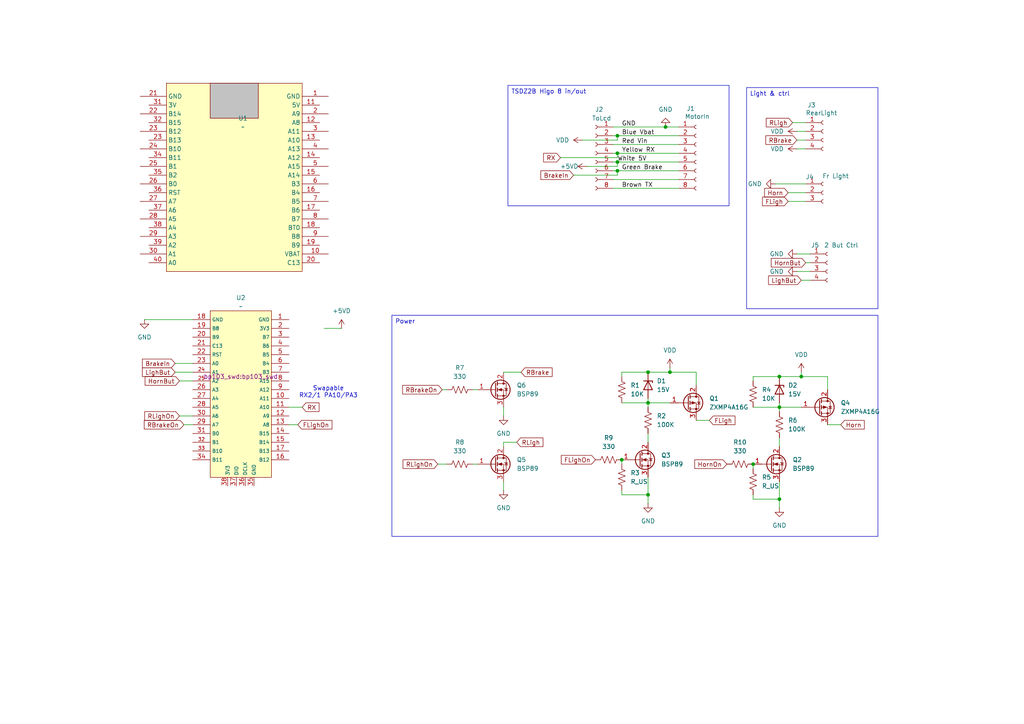
<source format=kicad_sch>
(kicad_sch
	(version 20250114)
	(generator "eeschema")
	(generator_version "9.0")
	(uuid "74c2cc08-ebe5-410c-9aee-1d29f906aa15")
	(paper "A4")
	(lib_symbols
		(symbol "Connector:Conn_01x03_Socket"
			(pin_names
				(offset 1.016)
				(hide yes)
			)
			(exclude_from_sim no)
			(in_bom yes)
			(on_board yes)
			(property "Reference" "J"
				(at 0 5.08 0)
				(effects
					(font
						(size 1.27 1.27)
					)
				)
			)
			(property "Value" "Conn_01x03_Socket"
				(at 0 -5.08 0)
				(effects
					(font
						(size 1.27 1.27)
					)
				)
			)
			(property "Footprint" ""
				(at 0 0 0)
				(effects
					(font
						(size 1.27 1.27)
					)
					(hide yes)
				)
			)
			(property "Datasheet" "~"
				(at 0 0 0)
				(effects
					(font
						(size 1.27 1.27)
					)
					(hide yes)
				)
			)
			(property "Description" "Generic connector, single row, 01x03, script generated"
				(at 0 0 0)
				(effects
					(font
						(size 1.27 1.27)
					)
					(hide yes)
				)
			)
			(property "ki_locked" ""
				(at 0 0 0)
				(effects
					(font
						(size 1.27 1.27)
					)
				)
			)
			(property "ki_keywords" "connector"
				(at 0 0 0)
				(effects
					(font
						(size 1.27 1.27)
					)
					(hide yes)
				)
			)
			(property "ki_fp_filters" "Connector*:*_1x??_*"
				(at 0 0 0)
				(effects
					(font
						(size 1.27 1.27)
					)
					(hide yes)
				)
			)
			(symbol "Conn_01x03_Socket_1_1"
				(polyline
					(pts
						(xy -1.27 2.54) (xy -0.508 2.54)
					)
					(stroke
						(width 0.1524)
						(type default)
					)
					(fill
						(type none)
					)
				)
				(polyline
					(pts
						(xy -1.27 0) (xy -0.508 0)
					)
					(stroke
						(width 0.1524)
						(type default)
					)
					(fill
						(type none)
					)
				)
				(polyline
					(pts
						(xy -1.27 -2.54) (xy -0.508 -2.54)
					)
					(stroke
						(width 0.1524)
						(type default)
					)
					(fill
						(type none)
					)
				)
				(arc
					(start 0 2.032)
					(mid -0.5058 2.54)
					(end 0 3.048)
					(stroke
						(width 0.1524)
						(type default)
					)
					(fill
						(type none)
					)
				)
				(arc
					(start 0 -0.508)
					(mid -0.5058 0)
					(end 0 0.508)
					(stroke
						(width 0.1524)
						(type default)
					)
					(fill
						(type none)
					)
				)
				(arc
					(start 0 -3.048)
					(mid -0.5058 -2.54)
					(end 0 -2.032)
					(stroke
						(width 0.1524)
						(type default)
					)
					(fill
						(type none)
					)
				)
				(pin passive line
					(at -5.08 2.54 0)
					(length 3.81)
					(name "Pin_1"
						(effects
							(font
								(size 1.27 1.27)
							)
						)
					)
					(number "1"
						(effects
							(font
								(size 1.27 1.27)
							)
						)
					)
				)
				(pin passive line
					(at -5.08 0 0)
					(length 3.81)
					(name "Pin_2"
						(effects
							(font
								(size 1.27 1.27)
							)
						)
					)
					(number "2"
						(effects
							(font
								(size 1.27 1.27)
							)
						)
					)
				)
				(pin passive line
					(at -5.08 -2.54 0)
					(length 3.81)
					(name "Pin_3"
						(effects
							(font
								(size 1.27 1.27)
							)
						)
					)
					(number "3"
						(effects
							(font
								(size 1.27 1.27)
							)
						)
					)
				)
			)
			(embedded_fonts no)
		)
		(symbol "Connector:Conn_01x04_Socket"
			(pin_names
				(offset 1.016)
				(hide yes)
			)
			(exclude_from_sim no)
			(in_bom yes)
			(on_board yes)
			(property "Reference" "J"
				(at 0 5.08 0)
				(effects
					(font
						(size 1.27 1.27)
					)
				)
			)
			(property "Value" "Conn_01x04_Socket"
				(at 0 -7.62 0)
				(effects
					(font
						(size 1.27 1.27)
					)
				)
			)
			(property "Footprint" ""
				(at 0 0 0)
				(effects
					(font
						(size 1.27 1.27)
					)
					(hide yes)
				)
			)
			(property "Datasheet" "~"
				(at 0 0 0)
				(effects
					(font
						(size 1.27 1.27)
					)
					(hide yes)
				)
			)
			(property "Description" "Generic connector, single row, 01x04, script generated"
				(at 0 0 0)
				(effects
					(font
						(size 1.27 1.27)
					)
					(hide yes)
				)
			)
			(property "ki_locked" ""
				(at 0 0 0)
				(effects
					(font
						(size 1.27 1.27)
					)
				)
			)
			(property "ki_keywords" "connector"
				(at 0 0 0)
				(effects
					(font
						(size 1.27 1.27)
					)
					(hide yes)
				)
			)
			(property "ki_fp_filters" "Connector*:*_1x??_*"
				(at 0 0 0)
				(effects
					(font
						(size 1.27 1.27)
					)
					(hide yes)
				)
			)
			(symbol "Conn_01x04_Socket_1_1"
				(polyline
					(pts
						(xy -1.27 2.54) (xy -0.508 2.54)
					)
					(stroke
						(width 0.1524)
						(type default)
					)
					(fill
						(type none)
					)
				)
				(polyline
					(pts
						(xy -1.27 0) (xy -0.508 0)
					)
					(stroke
						(width 0.1524)
						(type default)
					)
					(fill
						(type none)
					)
				)
				(polyline
					(pts
						(xy -1.27 -2.54) (xy -0.508 -2.54)
					)
					(stroke
						(width 0.1524)
						(type default)
					)
					(fill
						(type none)
					)
				)
				(polyline
					(pts
						(xy -1.27 -5.08) (xy -0.508 -5.08)
					)
					(stroke
						(width 0.1524)
						(type default)
					)
					(fill
						(type none)
					)
				)
				(arc
					(start 0 2.032)
					(mid -0.5058 2.54)
					(end 0 3.048)
					(stroke
						(width 0.1524)
						(type default)
					)
					(fill
						(type none)
					)
				)
				(arc
					(start 0 -0.508)
					(mid -0.5058 0)
					(end 0 0.508)
					(stroke
						(width 0.1524)
						(type default)
					)
					(fill
						(type none)
					)
				)
				(arc
					(start 0 -3.048)
					(mid -0.5058 -2.54)
					(end 0 -2.032)
					(stroke
						(width 0.1524)
						(type default)
					)
					(fill
						(type none)
					)
				)
				(arc
					(start 0 -5.588)
					(mid -0.5058 -5.08)
					(end 0 -4.572)
					(stroke
						(width 0.1524)
						(type default)
					)
					(fill
						(type none)
					)
				)
				(pin passive line
					(at -5.08 2.54 0)
					(length 3.81)
					(name "Pin_1"
						(effects
							(font
								(size 1.27 1.27)
							)
						)
					)
					(number "1"
						(effects
							(font
								(size 1.27 1.27)
							)
						)
					)
				)
				(pin passive line
					(at -5.08 0 0)
					(length 3.81)
					(name "Pin_2"
						(effects
							(font
								(size 1.27 1.27)
							)
						)
					)
					(number "2"
						(effects
							(font
								(size 1.27 1.27)
							)
						)
					)
				)
				(pin passive line
					(at -5.08 -2.54 0)
					(length 3.81)
					(name "Pin_3"
						(effects
							(font
								(size 1.27 1.27)
							)
						)
					)
					(number "3"
						(effects
							(font
								(size 1.27 1.27)
							)
						)
					)
				)
				(pin passive line
					(at -5.08 -5.08 0)
					(length 3.81)
					(name "Pin_4"
						(effects
							(font
								(size 1.27 1.27)
							)
						)
					)
					(number "4"
						(effects
							(font
								(size 1.27 1.27)
							)
						)
					)
				)
			)
			(embedded_fonts no)
		)
		(symbol "Connector:Conn_01x08_Socket"
			(pin_names
				(offset 1.016)
				(hide yes)
			)
			(exclude_from_sim no)
			(in_bom yes)
			(on_board yes)
			(property "Reference" "J"
				(at 0 10.16 0)
				(effects
					(font
						(size 1.27 1.27)
					)
				)
			)
			(property "Value" "Conn_01x08_Socket"
				(at 0 -12.7 0)
				(effects
					(font
						(size 1.27 1.27)
					)
				)
			)
			(property "Footprint" ""
				(at 0 0 0)
				(effects
					(font
						(size 1.27 1.27)
					)
					(hide yes)
				)
			)
			(property "Datasheet" "~"
				(at 0 0 0)
				(effects
					(font
						(size 1.27 1.27)
					)
					(hide yes)
				)
			)
			(property "Description" "Generic connector, single row, 01x08, script generated"
				(at 0 0 0)
				(effects
					(font
						(size 1.27 1.27)
					)
					(hide yes)
				)
			)
			(property "ki_locked" ""
				(at 0 0 0)
				(effects
					(font
						(size 1.27 1.27)
					)
				)
			)
			(property "ki_keywords" "connector"
				(at 0 0 0)
				(effects
					(font
						(size 1.27 1.27)
					)
					(hide yes)
				)
			)
			(property "ki_fp_filters" "Connector*:*_1x??_*"
				(at 0 0 0)
				(effects
					(font
						(size 1.27 1.27)
					)
					(hide yes)
				)
			)
			(symbol "Conn_01x08_Socket_1_1"
				(polyline
					(pts
						(xy -1.27 7.62) (xy -0.508 7.62)
					)
					(stroke
						(width 0.1524)
						(type default)
					)
					(fill
						(type none)
					)
				)
				(polyline
					(pts
						(xy -1.27 5.08) (xy -0.508 5.08)
					)
					(stroke
						(width 0.1524)
						(type default)
					)
					(fill
						(type none)
					)
				)
				(polyline
					(pts
						(xy -1.27 2.54) (xy -0.508 2.54)
					)
					(stroke
						(width 0.1524)
						(type default)
					)
					(fill
						(type none)
					)
				)
				(polyline
					(pts
						(xy -1.27 0) (xy -0.508 0)
					)
					(stroke
						(width 0.1524)
						(type default)
					)
					(fill
						(type none)
					)
				)
				(polyline
					(pts
						(xy -1.27 -2.54) (xy -0.508 -2.54)
					)
					(stroke
						(width 0.1524)
						(type default)
					)
					(fill
						(type none)
					)
				)
				(polyline
					(pts
						(xy -1.27 -5.08) (xy -0.508 -5.08)
					)
					(stroke
						(width 0.1524)
						(type default)
					)
					(fill
						(type none)
					)
				)
				(polyline
					(pts
						(xy -1.27 -7.62) (xy -0.508 -7.62)
					)
					(stroke
						(width 0.1524)
						(type default)
					)
					(fill
						(type none)
					)
				)
				(polyline
					(pts
						(xy -1.27 -10.16) (xy -0.508 -10.16)
					)
					(stroke
						(width 0.1524)
						(type default)
					)
					(fill
						(type none)
					)
				)
				(arc
					(start 0 7.112)
					(mid -0.5058 7.62)
					(end 0 8.128)
					(stroke
						(width 0.1524)
						(type default)
					)
					(fill
						(type none)
					)
				)
				(arc
					(start 0 4.572)
					(mid -0.5058 5.08)
					(end 0 5.588)
					(stroke
						(width 0.1524)
						(type default)
					)
					(fill
						(type none)
					)
				)
				(arc
					(start 0 2.032)
					(mid -0.5058 2.54)
					(end 0 3.048)
					(stroke
						(width 0.1524)
						(type default)
					)
					(fill
						(type none)
					)
				)
				(arc
					(start 0 -0.508)
					(mid -0.5058 0)
					(end 0 0.508)
					(stroke
						(width 0.1524)
						(type default)
					)
					(fill
						(type none)
					)
				)
				(arc
					(start 0 -3.048)
					(mid -0.5058 -2.54)
					(end 0 -2.032)
					(stroke
						(width 0.1524)
						(type default)
					)
					(fill
						(type none)
					)
				)
				(arc
					(start 0 -5.588)
					(mid -0.5058 -5.08)
					(end 0 -4.572)
					(stroke
						(width 0.1524)
						(type default)
					)
					(fill
						(type none)
					)
				)
				(arc
					(start 0 -8.128)
					(mid -0.5058 -7.62)
					(end 0 -7.112)
					(stroke
						(width 0.1524)
						(type default)
					)
					(fill
						(type none)
					)
				)
				(arc
					(start 0 -10.668)
					(mid -0.5058 -10.16)
					(end 0 -9.652)
					(stroke
						(width 0.1524)
						(type default)
					)
					(fill
						(type none)
					)
				)
				(pin passive line
					(at -5.08 7.62 0)
					(length 3.81)
					(name "Pin_1"
						(effects
							(font
								(size 1.27 1.27)
							)
						)
					)
					(number "1"
						(effects
							(font
								(size 1.27 1.27)
							)
						)
					)
				)
				(pin passive line
					(at -5.08 5.08 0)
					(length 3.81)
					(name "Pin_2"
						(effects
							(font
								(size 1.27 1.27)
							)
						)
					)
					(number "2"
						(effects
							(font
								(size 1.27 1.27)
							)
						)
					)
				)
				(pin passive line
					(at -5.08 2.54 0)
					(length 3.81)
					(name "Pin_3"
						(effects
							(font
								(size 1.27 1.27)
							)
						)
					)
					(number "3"
						(effects
							(font
								(size 1.27 1.27)
							)
						)
					)
				)
				(pin passive line
					(at -5.08 0 0)
					(length 3.81)
					(name "Pin_4"
						(effects
							(font
								(size 1.27 1.27)
							)
						)
					)
					(number "4"
						(effects
							(font
								(size 1.27 1.27)
							)
						)
					)
				)
				(pin passive line
					(at -5.08 -2.54 0)
					(length 3.81)
					(name "Pin_5"
						(effects
							(font
								(size 1.27 1.27)
							)
						)
					)
					(number "5"
						(effects
							(font
								(size 1.27 1.27)
							)
						)
					)
				)
				(pin passive line
					(at -5.08 -5.08 0)
					(length 3.81)
					(name "Pin_6"
						(effects
							(font
								(size 1.27 1.27)
							)
						)
					)
					(number "6"
						(effects
							(font
								(size 1.27 1.27)
							)
						)
					)
				)
				(pin passive line
					(at -5.08 -7.62 0)
					(length 3.81)
					(name "Pin_7"
						(effects
							(font
								(size 1.27 1.27)
							)
						)
					)
					(number "7"
						(effects
							(font
								(size 1.27 1.27)
							)
						)
					)
				)
				(pin passive line
					(at -5.08 -10.16 0)
					(length 3.81)
					(name "Pin_8"
						(effects
							(font
								(size 1.27 1.27)
							)
						)
					)
					(number "8"
						(effects
							(font
								(size 1.27 1.27)
							)
						)
					)
				)
			)
			(embedded_fonts no)
		)
		(symbol "Device:D_Zener"
			(pin_numbers
				(hide yes)
			)
			(pin_names
				(offset 1.016)
				(hide yes)
			)
			(exclude_from_sim no)
			(in_bom yes)
			(on_board yes)
			(property "Reference" "D"
				(at 0 2.54 0)
				(effects
					(font
						(size 1.27 1.27)
					)
				)
			)
			(property "Value" "D_Zener"
				(at 0 -2.54 0)
				(effects
					(font
						(size 1.27 1.27)
					)
				)
			)
			(property "Footprint" ""
				(at 0 0 0)
				(effects
					(font
						(size 1.27 1.27)
					)
					(hide yes)
				)
			)
			(property "Datasheet" "~"
				(at 0 0 0)
				(effects
					(font
						(size 1.27 1.27)
					)
					(hide yes)
				)
			)
			(property "Description" "Zener diode"
				(at 0 0 0)
				(effects
					(font
						(size 1.27 1.27)
					)
					(hide yes)
				)
			)
			(property "ki_keywords" "diode"
				(at 0 0 0)
				(effects
					(font
						(size 1.27 1.27)
					)
					(hide yes)
				)
			)
			(property "ki_fp_filters" "TO-???* *_Diode_* *SingleDiode* D_*"
				(at 0 0 0)
				(effects
					(font
						(size 1.27 1.27)
					)
					(hide yes)
				)
			)
			(symbol "D_Zener_0_1"
				(polyline
					(pts
						(xy -1.27 -1.27) (xy -1.27 1.27) (xy -0.762 1.27)
					)
					(stroke
						(width 0.254)
						(type default)
					)
					(fill
						(type none)
					)
				)
				(polyline
					(pts
						(xy 1.27 0) (xy -1.27 0)
					)
					(stroke
						(width 0)
						(type default)
					)
					(fill
						(type none)
					)
				)
				(polyline
					(pts
						(xy 1.27 -1.27) (xy 1.27 1.27) (xy -1.27 0) (xy 1.27 -1.27)
					)
					(stroke
						(width 0.254)
						(type default)
					)
					(fill
						(type none)
					)
				)
			)
			(symbol "D_Zener_1_1"
				(pin passive line
					(at -3.81 0 0)
					(length 2.54)
					(name "K"
						(effects
							(font
								(size 1.27 1.27)
							)
						)
					)
					(number "1"
						(effects
							(font
								(size 1.27 1.27)
							)
						)
					)
				)
				(pin passive line
					(at 3.81 0 180)
					(length 2.54)
					(name "A"
						(effects
							(font
								(size 1.27 1.27)
							)
						)
					)
					(number "2"
						(effects
							(font
								(size 1.27 1.27)
							)
						)
					)
				)
			)
			(embedded_fonts no)
		)
		(symbol "Device:R_US"
			(pin_numbers
				(hide yes)
			)
			(pin_names
				(offset 0)
			)
			(exclude_from_sim no)
			(in_bom yes)
			(on_board yes)
			(property "Reference" "R"
				(at 2.54 0 90)
				(effects
					(font
						(size 1.27 1.27)
					)
				)
			)
			(property "Value" "R_US"
				(at -2.54 0 90)
				(effects
					(font
						(size 1.27 1.27)
					)
				)
			)
			(property "Footprint" ""
				(at 1.016 -0.254 90)
				(effects
					(font
						(size 1.27 1.27)
					)
					(hide yes)
				)
			)
			(property "Datasheet" "~"
				(at 0 0 0)
				(effects
					(font
						(size 1.27 1.27)
					)
					(hide yes)
				)
			)
			(property "Description" "Resistor, US symbol"
				(at 0 0 0)
				(effects
					(font
						(size 1.27 1.27)
					)
					(hide yes)
				)
			)
			(property "ki_keywords" "R res resistor"
				(at 0 0 0)
				(effects
					(font
						(size 1.27 1.27)
					)
					(hide yes)
				)
			)
			(property "ki_fp_filters" "R_*"
				(at 0 0 0)
				(effects
					(font
						(size 1.27 1.27)
					)
					(hide yes)
				)
			)
			(symbol "R_US_0_1"
				(polyline
					(pts
						(xy 0 2.286) (xy 0 2.54)
					)
					(stroke
						(width 0)
						(type default)
					)
					(fill
						(type none)
					)
				)
				(polyline
					(pts
						(xy 0 2.286) (xy 1.016 1.905) (xy 0 1.524) (xy -1.016 1.143) (xy 0 0.762)
					)
					(stroke
						(width 0)
						(type default)
					)
					(fill
						(type none)
					)
				)
				(polyline
					(pts
						(xy 0 0.762) (xy 1.016 0.381) (xy 0 0) (xy -1.016 -0.381) (xy 0 -0.762)
					)
					(stroke
						(width 0)
						(type default)
					)
					(fill
						(type none)
					)
				)
				(polyline
					(pts
						(xy 0 -0.762) (xy 1.016 -1.143) (xy 0 -1.524) (xy -1.016 -1.905) (xy 0 -2.286)
					)
					(stroke
						(width 0)
						(type default)
					)
					(fill
						(type none)
					)
				)
				(polyline
					(pts
						(xy 0 -2.286) (xy 0 -2.54)
					)
					(stroke
						(width 0)
						(type default)
					)
					(fill
						(type none)
					)
				)
			)
			(symbol "R_US_1_1"
				(pin passive line
					(at 0 3.81 270)
					(length 1.27)
					(name "~"
						(effects
							(font
								(size 1.27 1.27)
							)
						)
					)
					(number "1"
						(effects
							(font
								(size 1.27 1.27)
							)
						)
					)
				)
				(pin passive line
					(at 0 -3.81 90)
					(length 1.27)
					(name "~"
						(effects
							(font
								(size 1.27 1.27)
							)
						)
					)
					(number "2"
						(effects
							(font
								(size 1.27 1.27)
							)
						)
					)
				)
			)
			(embedded_fonts no)
		)
		(symbol "Transistor_FET:BSP89"
			(pin_names
				(hide yes)
			)
			(exclude_from_sim no)
			(in_bom yes)
			(on_board yes)
			(property "Reference" "Q"
				(at 5.08 1.905 0)
				(effects
					(font
						(size 1.27 1.27)
					)
					(justify left)
				)
			)
			(property "Value" "BSP89"
				(at 5.08 0 0)
				(effects
					(font
						(size 1.27 1.27)
					)
					(justify left)
				)
			)
			(property "Footprint" "Package_TO_SOT_SMD:SOT-223-3_TabPin2"
				(at 5.08 -1.905 0)
				(effects
					(font
						(size 1.27 1.27)
						(italic yes)
					)
					(justify left)
					(hide yes)
				)
			)
			(property "Datasheet" "https://www.infineon.com/dgdl/Infineon-BSP89-DS-v02_02-en.pdf?fileId=db3a30433b47825b013b4b8a07f90d55"
				(at 5.08 -3.81 0)
				(effects
					(font
						(size 1.27 1.27)
					)
					(justify left)
					(hide yes)
				)
			)
			(property "Description" "0.35A Id, 240V Vds, N-Channel Enhancement Mode MOSFET, SOT-223"
				(at 0 0 0)
				(effects
					(font
						(size 1.27 1.27)
					)
					(hide yes)
				)
			)
			(property "ki_keywords" "N-Channel MOSFET"
				(at 0 0 0)
				(effects
					(font
						(size 1.27 1.27)
					)
					(hide yes)
				)
			)
			(property "ki_fp_filters" "SOT?223*"
				(at 0 0 0)
				(effects
					(font
						(size 1.27 1.27)
					)
					(hide yes)
				)
			)
			(symbol "BSP89_0_1"
				(polyline
					(pts
						(xy 0.254 1.905) (xy 0.254 -1.905)
					)
					(stroke
						(width 0.254)
						(type default)
					)
					(fill
						(type none)
					)
				)
				(polyline
					(pts
						(xy 0.254 0) (xy -2.54 0)
					)
					(stroke
						(width 0)
						(type default)
					)
					(fill
						(type none)
					)
				)
				(polyline
					(pts
						(xy 0.762 2.286) (xy 0.762 1.27)
					)
					(stroke
						(width 0.254)
						(type default)
					)
					(fill
						(type none)
					)
				)
				(polyline
					(pts
						(xy 0.762 0.508) (xy 0.762 -0.508)
					)
					(stroke
						(width 0.254)
						(type default)
					)
					(fill
						(type none)
					)
				)
				(polyline
					(pts
						(xy 0.762 -1.27) (xy 0.762 -2.286)
					)
					(stroke
						(width 0.254)
						(type default)
					)
					(fill
						(type none)
					)
				)
				(polyline
					(pts
						(xy 0.762 -1.778) (xy 3.302 -1.778) (xy 3.302 1.778) (xy 0.762 1.778)
					)
					(stroke
						(width 0)
						(type default)
					)
					(fill
						(type none)
					)
				)
				(polyline
					(pts
						(xy 1.016 0) (xy 2.032 0.381) (xy 2.032 -0.381) (xy 1.016 0)
					)
					(stroke
						(width 0)
						(type default)
					)
					(fill
						(type outline)
					)
				)
				(circle
					(center 1.651 0)
					(radius 2.794)
					(stroke
						(width 0.254)
						(type default)
					)
					(fill
						(type none)
					)
				)
				(polyline
					(pts
						(xy 2.54 2.54) (xy 2.54 1.778)
					)
					(stroke
						(width 0)
						(type default)
					)
					(fill
						(type none)
					)
				)
				(circle
					(center 2.54 1.778)
					(radius 0.254)
					(stroke
						(width 0)
						(type default)
					)
					(fill
						(type outline)
					)
				)
				(circle
					(center 2.54 -1.778)
					(radius 0.254)
					(stroke
						(width 0)
						(type default)
					)
					(fill
						(type outline)
					)
				)
				(polyline
					(pts
						(xy 2.54 -2.54) (xy 2.54 0) (xy 0.762 0)
					)
					(stroke
						(width 0)
						(type default)
					)
					(fill
						(type none)
					)
				)
				(polyline
					(pts
						(xy 2.794 0.508) (xy 2.921 0.381) (xy 3.683 0.381) (xy 3.81 0.254)
					)
					(stroke
						(width 0)
						(type default)
					)
					(fill
						(type none)
					)
				)
				(polyline
					(pts
						(xy 3.302 0.381) (xy 2.921 -0.254) (xy 3.683 -0.254) (xy 3.302 0.381)
					)
					(stroke
						(width 0)
						(type default)
					)
					(fill
						(type none)
					)
				)
			)
			(symbol "BSP89_1_1"
				(pin input line
					(at -5.08 0 0)
					(length 2.54)
					(name "G"
						(effects
							(font
								(size 1.27 1.27)
							)
						)
					)
					(number "1"
						(effects
							(font
								(size 1.27 1.27)
							)
						)
					)
				)
				(pin passive line
					(at 2.54 5.08 270)
					(length 2.54)
					(name "D"
						(effects
							(font
								(size 1.27 1.27)
							)
						)
					)
					(number "2"
						(effects
							(font
								(size 1.27 1.27)
							)
						)
					)
				)
				(pin passive line
					(at 2.54 -5.08 90)
					(length 2.54)
					(name "S"
						(effects
							(font
								(size 1.27 1.27)
							)
						)
					)
					(number "3"
						(effects
							(font
								(size 1.27 1.27)
							)
						)
					)
				)
			)
			(embedded_fonts no)
		)
		(symbol "Transistor_FET:ZXMP4A16G"
			(pin_names
				(hide yes)
			)
			(exclude_from_sim no)
			(in_bom yes)
			(on_board yes)
			(property "Reference" "Q"
				(at 5.08 1.905 0)
				(effects
					(font
						(size 1.27 1.27)
					)
					(justify left)
				)
			)
			(property "Value" "ZXMP4A16G"
				(at 5.08 0 0)
				(effects
					(font
						(size 1.27 1.27)
					)
					(justify left)
				)
			)
			(property "Footprint" "Package_TO_SOT_SMD:SOT-223-3_TabPin2"
				(at 5.08 -1.905 0)
				(effects
					(font
						(size 1.27 1.27)
						(italic yes)
					)
					(justify left)
					(hide yes)
				)
			)
			(property "Datasheet" "https://www.diodes.com/assets/Datasheets/ZXMP4A16G.pdf"
				(at 5.08 -3.81 0)
				(effects
					(font
						(size 1.27 1.27)
					)
					(justify left)
					(hide yes)
				)
			)
			(property "Description" "-6.4A Id, -40V Vds, P-Channel MOSFET, SOT-223"
				(at 0 0 0)
				(effects
					(font
						(size 1.27 1.27)
					)
					(hide yes)
				)
			)
			(property "ki_keywords" "P-Channel MOSFET"
				(at 0 0 0)
				(effects
					(font
						(size 1.27 1.27)
					)
					(hide yes)
				)
			)
			(property "ki_fp_filters" "SOT?223*"
				(at 0 0 0)
				(effects
					(font
						(size 1.27 1.27)
					)
					(hide yes)
				)
			)
			(symbol "ZXMP4A16G_0_1"
				(polyline
					(pts
						(xy 0.254 1.905) (xy 0.254 -1.905)
					)
					(stroke
						(width 0.254)
						(type default)
					)
					(fill
						(type none)
					)
				)
				(polyline
					(pts
						(xy 0.254 0) (xy -2.54 0)
					)
					(stroke
						(width 0)
						(type default)
					)
					(fill
						(type none)
					)
				)
				(polyline
					(pts
						(xy 0.762 2.286) (xy 0.762 1.27)
					)
					(stroke
						(width 0.254)
						(type default)
					)
					(fill
						(type none)
					)
				)
				(polyline
					(pts
						(xy 0.762 1.778) (xy 3.302 1.778) (xy 3.302 -1.778) (xy 0.762 -1.778)
					)
					(stroke
						(width 0)
						(type default)
					)
					(fill
						(type none)
					)
				)
				(polyline
					(pts
						(xy 0.762 0.508) (xy 0.762 -0.508)
					)
					(stroke
						(width 0.254)
						(type default)
					)
					(fill
						(type none)
					)
				)
				(polyline
					(pts
						(xy 0.762 -1.27) (xy 0.762 -2.286)
					)
					(stroke
						(width 0.254)
						(type default)
					)
					(fill
						(type none)
					)
				)
				(circle
					(center 1.651 0)
					(radius 2.794)
					(stroke
						(width 0.254)
						(type default)
					)
					(fill
						(type none)
					)
				)
				(polyline
					(pts
						(xy 2.286 0) (xy 1.27 0.381) (xy 1.27 -0.381) (xy 2.286 0)
					)
					(stroke
						(width 0)
						(type default)
					)
					(fill
						(type outline)
					)
				)
				(polyline
					(pts
						(xy 2.54 2.54) (xy 2.54 1.778)
					)
					(stroke
						(width 0)
						(type default)
					)
					(fill
						(type none)
					)
				)
				(circle
					(center 2.54 1.778)
					(radius 0.254)
					(stroke
						(width 0)
						(type default)
					)
					(fill
						(type outline)
					)
				)
				(circle
					(center 2.54 -1.778)
					(radius 0.254)
					(stroke
						(width 0)
						(type default)
					)
					(fill
						(type outline)
					)
				)
				(polyline
					(pts
						(xy 2.54 -2.54) (xy 2.54 0) (xy 0.762 0)
					)
					(stroke
						(width 0)
						(type default)
					)
					(fill
						(type none)
					)
				)
				(polyline
					(pts
						(xy 2.794 -0.508) (xy 2.921 -0.381) (xy 3.683 -0.381) (xy 3.81 -0.254)
					)
					(stroke
						(width 0)
						(type default)
					)
					(fill
						(type none)
					)
				)
				(polyline
					(pts
						(xy 3.302 -0.381) (xy 2.921 0.254) (xy 3.683 0.254) (xy 3.302 -0.381)
					)
					(stroke
						(width 0)
						(type default)
					)
					(fill
						(type none)
					)
				)
			)
			(symbol "ZXMP4A16G_1_1"
				(pin input line
					(at -5.08 0 0)
					(length 2.54)
					(name "G"
						(effects
							(font
								(size 1.27 1.27)
							)
						)
					)
					(number "1"
						(effects
							(font
								(size 1.27 1.27)
							)
						)
					)
				)
				(pin passive line
					(at 2.54 5.08 270)
					(length 2.54)
					(name "D"
						(effects
							(font
								(size 1.27 1.27)
							)
						)
					)
					(number "2"
						(effects
							(font
								(size 1.27 1.27)
							)
						)
					)
				)
				(pin passive line
					(at 2.54 -5.08 90)
					(length 2.54)
					(name "S"
						(effects
							(font
								(size 1.27 1.27)
							)
						)
					)
					(number "3"
						(effects
							(font
								(size 1.27 1.27)
							)
						)
					)
				)
			)
			(embedded_fonts no)
		)
		(symbol "bp103:MinDevF103"
			(exclude_from_sim no)
			(in_bom yes)
			(on_board yes)
			(property "Reference" "U"
				(at -2.54 13.97 0)
				(effects
					(font
						(size 1.27 1.27)
					)
				)
			)
			(property "Value" ""
				(at 0 0 0)
				(effects
					(font
						(size 1.27 1.27)
					)
				)
			)
			(property "Footprint" ""
				(at 0 0 0)
				(effects
					(font
						(size 1.27 1.27)
					)
					(hide yes)
				)
			)
			(property "Datasheet" ""
				(at 0 0 0)
				(effects
					(font
						(size 1.27 1.27)
					)
					(hide yes)
				)
			)
			(property "Description" ""
				(at 0 0 0)
				(effects
					(font
						(size 1.27 1.27)
					)
					(hide yes)
				)
			)
			(symbol "MinDevF103_1_1"
				(rectangle
					(start -20.32 27.94)
					(end 19.05 -26.67)
					(stroke
						(width 0)
						(type solid)
					)
					(fill
						(type background)
					)
				)
				(rectangle
					(start -7.62 27.94)
					(end 6.35 17.78)
					(stroke
						(width 0)
						(type solid)
					)
					(fill
						(type color)
						(color 194 194 194 1)
					)
				)
				(pin power_in line
					(at -27.94 24.13 0)
					(length 7.62)
					(name "GND"
						(effects
							(font
								(size 1.27 1.27)
							)
						)
					)
					(number "21"
						(effects
							(font
								(size 1.27 1.27)
							)
						)
					)
				)
				(pin bidirectional line
					(at -27.94 19.05 0)
					(length 7.62)
					(name "B14"
						(effects
							(font
								(size 1.27 1.27)
							)
						)
					)
					(number "22"
						(effects
							(font
								(size 1.27 1.27)
							)
						)
					)
				)
				(pin bidirectional line
					(at -27.94 13.97 0)
					(length 7.62)
					(name "B12"
						(effects
							(font
								(size 1.27 1.27)
							)
						)
					)
					(number "23"
						(effects
							(font
								(size 1.27 1.27)
							)
						)
					)
				)
				(pin bidirectional line
					(at -27.94 8.89 0)
					(length 7.62)
					(name "B10"
						(effects
							(font
								(size 1.27 1.27)
							)
						)
					)
					(number "24"
						(effects
							(font
								(size 1.27 1.27)
							)
						)
					)
				)
				(pin bidirectional line
					(at -27.94 3.81 0)
					(length 7.62)
					(name "B1"
						(effects
							(font
								(size 1.27 1.27)
							)
						)
					)
					(number "25"
						(effects
							(font
								(size 1.27 1.27)
							)
						)
					)
				)
				(pin bidirectional line
					(at -27.94 -1.27 0)
					(length 7.62)
					(name "B0"
						(effects
							(font
								(size 1.27 1.27)
							)
						)
					)
					(number "26"
						(effects
							(font
								(size 1.27 1.27)
							)
						)
					)
				)
				(pin bidirectional line
					(at -27.94 -6.35 0)
					(length 7.62)
					(name "A7"
						(effects
							(font
								(size 1.27 1.27)
							)
						)
					)
					(number "27"
						(effects
							(font
								(size 1.27 1.27)
							)
						)
					)
				)
				(pin bidirectional line
					(at -27.94 -11.43 0)
					(length 7.62)
					(name "A5"
						(effects
							(font
								(size 1.27 1.27)
							)
						)
					)
					(number "28"
						(effects
							(font
								(size 1.27 1.27)
							)
						)
					)
				)
				(pin bidirectional line
					(at -27.94 -16.51 0)
					(length 7.62)
					(name "A3"
						(effects
							(font
								(size 1.27 1.27)
							)
						)
					)
					(number "29"
						(effects
							(font
								(size 1.27 1.27)
							)
						)
					)
				)
				(pin bidirectional line
					(at -27.94 -21.59 0)
					(length 7.62)
					(name "A1"
						(effects
							(font
								(size 1.27 1.27)
							)
						)
					)
					(number "30"
						(effects
							(font
								(size 1.27 1.27)
							)
						)
					)
				)
				(pin power_out line
					(at -25.4 21.59 0)
					(length 5.08)
					(name "3V"
						(effects
							(font
								(size 1.27 1.27)
							)
						)
					)
					(number "31"
						(effects
							(font
								(size 1.27 1.27)
							)
						)
					)
				)
				(pin bidirectional line
					(at -25.4 16.51 0)
					(length 5.08)
					(name "B15"
						(effects
							(font
								(size 1.27 1.27)
							)
						)
					)
					(number "32"
						(effects
							(font
								(size 1.27 1.27)
							)
						)
					)
				)
				(pin bidirectional line
					(at -25.4 11.43 0)
					(length 5.08)
					(name "B13"
						(effects
							(font
								(size 1.27 1.27)
							)
						)
					)
					(number "23"
						(effects
							(font
								(size 1.27 1.27)
							)
						)
					)
				)
				(pin bidirectional line
					(at -25.4 6.35 0)
					(length 5.08)
					(name "B11"
						(effects
							(font
								(size 1.27 1.27)
							)
						)
					)
					(number "34"
						(effects
							(font
								(size 1.27 1.27)
							)
						)
					)
				)
				(pin bidirectional line
					(at -25.4 1.27 0)
					(length 5.08)
					(name "B2"
						(effects
							(font
								(size 1.27 1.27)
							)
						)
					)
					(number "35"
						(effects
							(font
								(size 1.27 1.27)
							)
						)
					)
				)
				(pin bidirectional line
					(at -25.4 -3.81 0)
					(length 5.08)
					(name "RST"
						(effects
							(font
								(size 1.27 1.27)
							)
						)
					)
					(number "36"
						(effects
							(font
								(size 1.27 1.27)
							)
						)
					)
				)
				(pin bidirectional line
					(at -25.4 -8.89 0)
					(length 5.08)
					(name "A6"
						(effects
							(font
								(size 1.27 1.27)
							)
						)
					)
					(number "37"
						(effects
							(font
								(size 1.27 1.27)
							)
						)
					)
				)
				(pin bidirectional line
					(at -25.4 -13.97 0)
					(length 5.08)
					(name "A4"
						(effects
							(font
								(size 1.27 1.27)
							)
						)
					)
					(number "38"
						(effects
							(font
								(size 1.27 1.27)
							)
						)
					)
				)
				(pin bidirectional line
					(at -25.4 -19.05 0)
					(length 5.08)
					(name "A2"
						(effects
							(font
								(size 1.27 1.27)
							)
						)
					)
					(number "39"
						(effects
							(font
								(size 1.27 1.27)
							)
						)
					)
				)
				(pin bidirectional line
					(at -25.4 -24.13 0)
					(length 5.08)
					(name "A0"
						(effects
							(font
								(size 1.27 1.27)
							)
						)
					)
					(number "40"
						(effects
							(font
								(size 1.27 1.27)
							)
						)
					)
				)
				(pin power_in line
					(at 24.13 21.59 180)
					(length 5.08)
					(name "5V"
						(effects
							(font
								(size 1.27 1.27)
							)
						)
					)
					(number "11"
						(effects
							(font
								(size 1.27 1.27)
							)
						)
					)
				)
				(pin bidirectional line
					(at 24.13 16.51 180)
					(length 5.08)
					(name "A8"
						(effects
							(font
								(size 1.27 1.27)
							)
						)
					)
					(number "12"
						(effects
							(font
								(size 1.27 1.27)
							)
						)
					)
				)
				(pin bidirectional line
					(at 24.13 11.43 180)
					(length 5.08)
					(name "A10"
						(effects
							(font
								(size 1.27 1.27)
							)
						)
					)
					(number "13"
						(effects
							(font
								(size 1.27 1.27)
							)
						)
					)
				)
				(pin bidirectional line
					(at 24.13 6.35 180)
					(length 5.08)
					(name "A12"
						(effects
							(font
								(size 1.27 1.27)
							)
						)
					)
					(number "14"
						(effects
							(font
								(size 1.27 1.27)
							)
						)
					)
				)
				(pin bidirectional line
					(at 24.13 1.27 180)
					(length 5.08)
					(name "A14"
						(effects
							(font
								(size 1.27 1.27)
							)
						)
					)
					(number "15"
						(effects
							(font
								(size 1.27 1.27)
							)
						)
					)
				)
				(pin bidirectional line
					(at 24.13 -3.81 180)
					(length 5.08)
					(name "B4"
						(effects
							(font
								(size 1.27 1.27)
							)
						)
					)
					(number "16"
						(effects
							(font
								(size 1.27 1.27)
							)
						)
					)
				)
				(pin bidirectional line
					(at 24.13 -8.89 180)
					(length 5.08)
					(name "B6"
						(effects
							(font
								(size 1.27 1.27)
							)
						)
					)
					(number "17"
						(effects
							(font
								(size 1.27 1.27)
							)
						)
					)
				)
				(pin input line
					(at 24.13 -13.97 180)
					(length 5.08)
					(name "BT0"
						(effects
							(font
								(size 1.27 1.27)
							)
						)
					)
					(number "18"
						(effects
							(font
								(size 1.27 1.27)
							)
						)
					)
				)
				(pin bidirectional line
					(at 24.13 -19.05 180)
					(length 5.08)
					(name "B9"
						(effects
							(font
								(size 1.27 1.27)
							)
						)
					)
					(number "19"
						(effects
							(font
								(size 1.27 1.27)
							)
						)
					)
				)
				(pin bidirectional line
					(at 24.13 -24.13 180)
					(length 5.08)
					(name "C13"
						(effects
							(font
								(size 1.27 1.27)
							)
						)
					)
					(number "20"
						(effects
							(font
								(size 1.27 1.27)
							)
						)
					)
				)
				(pin power_in line
					(at 26.67 24.13 180)
					(length 7.62)
					(name "GND"
						(effects
							(font
								(size 1.27 1.27)
							)
						)
					)
					(number "1"
						(effects
							(font
								(size 1.27 1.27)
							)
						)
					)
				)
				(pin bidirectional line
					(at 26.67 19.05 180)
					(length 7.62)
					(name "A9"
						(effects
							(font
								(size 1.27 1.27)
							)
						)
					)
					(number "2"
						(effects
							(font
								(size 1.27 1.27)
							)
						)
					)
				)
				(pin input line
					(at 26.67 13.97 180)
					(length 7.62)
					(name "A11"
						(effects
							(font
								(size 1.27 1.27)
							)
						)
					)
					(number "3"
						(effects
							(font
								(size 1.27 1.27)
							)
						)
					)
				)
				(pin bidirectional line
					(at 26.67 8.89 180)
					(length 7.62)
					(name "A13"
						(effects
							(font
								(size 1.27 1.27)
							)
						)
					)
					(number "4"
						(effects
							(font
								(size 1.27 1.27)
							)
						)
					)
				)
				(pin bidirectional line
					(at 26.67 3.81 180)
					(length 7.62)
					(name "A15"
						(effects
							(font
								(size 1.27 1.27)
							)
						)
					)
					(number "5"
						(effects
							(font
								(size 1.27 1.27)
							)
						)
					)
				)
				(pin bidirectional line
					(at 26.67 -1.27 180)
					(length 7.62)
					(name "B3"
						(effects
							(font
								(size 1.27 1.27)
							)
						)
					)
					(number "6"
						(effects
							(font
								(size 1.27 1.27)
							)
						)
					)
				)
				(pin bidirectional line
					(at 26.67 -6.35 180)
					(length 7.62)
					(name "B5"
						(effects
							(font
								(size 1.27 1.27)
							)
						)
					)
					(number "7"
						(effects
							(font
								(size 1.27 1.27)
							)
						)
					)
				)
				(pin bidirectional line
					(at 26.67 -11.43 180)
					(length 7.62)
					(name "B7"
						(effects
							(font
								(size 1.27 1.27)
							)
						)
					)
					(number "8"
						(effects
							(font
								(size 1.27 1.27)
							)
						)
					)
				)
				(pin bidirectional line
					(at 26.67 -16.51 180)
					(length 7.62)
					(name "B8"
						(effects
							(font
								(size 1.27 1.27)
							)
						)
					)
					(number "9"
						(effects
							(font
								(size 1.27 1.27)
							)
						)
					)
				)
				(pin power_in line
					(at 26.67 -21.59 180)
					(length 7.62)
					(name "VBAT"
						(effects
							(font
								(size 1.27 1.27)
							)
						)
					)
					(number "10"
						(effects
							(font
								(size 1.27 1.27)
							)
						)
					)
				)
			)
			(embedded_fonts no)
		)
		(symbol "bp103:bp103_swd"
			(exclude_from_sim no)
			(in_bom yes)
			(on_board yes)
			(property "Reference" "U"
				(at -0.254 2.032 0)
				(effects
					(font
						(size 1.27 1.27)
					)
				)
			)
			(property "Value" ""
				(at 0 0 0)
				(effects
					(font
						(size 1.27 1.27)
					)
				)
			)
			(property "Footprint" ""
				(at 0 0 0)
				(effects
					(font
						(size 1.27 1.27)
					)
					(hide yes)
				)
			)
			(property "Datasheet" ""
				(at 0 0 0)
				(effects
					(font
						(size 1.27 1.27)
					)
					(hide yes)
				)
			)
			(property "Description" ""
				(at 0 0 0)
				(effects
					(font
						(size 1.27 1.27)
					)
					(hide yes)
				)
			)
			(symbol "bp103_swd_1_1"
				(rectangle
					(start -8.89 19.05)
					(end 8.89 -29.21)
					(stroke
						(width 0)
						(type solid)
					)
					(fill
						(type background)
					)
				)
				(pin input line
					(at -13.97 16.51 0)
					(length 5.08)
					(name "GND"
						(effects
							(font
								(size 1.016 1.016)
							)
						)
					)
					(number "18"
						(effects
							(font
								(size 1.27 1.27)
							)
						)
					)
				)
				(pin input line
					(at -13.97 13.97 0)
					(length 5.08)
					(name "B8"
						(effects
							(font
								(size 1.016 1.016)
							)
						)
					)
					(number "19"
						(effects
							(font
								(size 1.27 1.27)
							)
						)
					)
				)
				(pin input line
					(at -13.97 11.43 0)
					(length 5.08)
					(name "B9"
						(effects
							(font
								(size 1.016 1.016)
							)
						)
					)
					(number "20"
						(effects
							(font
								(size 1.27 1.27)
							)
						)
					)
				)
				(pin input line
					(at -13.97 8.89 0)
					(length 5.08)
					(name "C13"
						(effects
							(font
								(size 1.016 1.016)
							)
						)
					)
					(number "21"
						(effects
							(font
								(size 1.27 1.27)
							)
						)
					)
				)
				(pin input line
					(at -13.97 6.35 0)
					(length 5.08)
					(name "RST"
						(effects
							(font
								(size 1.016 1.016)
							)
						)
					)
					(number "22"
						(effects
							(font
								(size 1.27 1.27)
							)
						)
					)
				)
				(pin input line
					(at -13.97 3.81 0)
					(length 5.08)
					(name "A0"
						(effects
							(font
								(size 1.016 1.016)
							)
						)
					)
					(number "23"
						(effects
							(font
								(size 1.27 1.27)
							)
						)
					)
				)
				(pin input line
					(at -13.97 1.27 0)
					(length 5.08)
					(name "A1"
						(effects
							(font
								(size 1.016 1.016)
							)
						)
					)
					(number "24"
						(effects
							(font
								(size 1.016 1.016)
							)
						)
					)
				)
				(pin input line
					(at -13.97 -1.27 0)
					(length 5.08)
					(name "A2"
						(effects
							(font
								(size 1.016 1.016)
							)
						)
					)
					(number "25"
						(effects
							(font
								(size 1.016 1.016)
							)
						)
					)
				)
				(pin input line
					(at -13.97 -3.81 0)
					(length 5.08)
					(name "A3"
						(effects
							(font
								(size 1.016 1.016)
							)
						)
					)
					(number "26"
						(effects
							(font
								(size 1.27 1.27)
							)
						)
					)
				)
				(pin input line
					(at -13.97 -6.35 0)
					(length 5.08)
					(name "A4"
						(effects
							(font
								(size 1.016 1.016)
							)
						)
					)
					(number "27"
						(effects
							(font
								(size 1.27 1.27)
							)
						)
					)
				)
				(pin input line
					(at -13.97 -8.89 0)
					(length 5.08)
					(name "A5"
						(effects
							(font
								(size 1.016 1.016)
							)
						)
					)
					(number "28"
						(effects
							(font
								(size 1.27 1.27)
							)
						)
					)
				)
				(pin input line
					(at -13.97 -11.43 0)
					(length 5.08)
					(name "A6"
						(effects
							(font
								(size 1.016 1.016)
							)
						)
					)
					(number "30"
						(effects
							(font
								(size 1.27 1.27)
							)
						)
					)
				)
				(pin input line
					(at -13.97 -13.97 0)
					(length 5.08)
					(name "A7"
						(effects
							(font
								(size 1.016 1.016)
							)
						)
					)
					(number "29"
						(effects
							(font
								(size 1.27 1.27)
							)
						)
					)
				)
				(pin input line
					(at -13.97 -16.51 0)
					(length 5.08)
					(name "B0"
						(effects
							(font
								(size 1.016 1.016)
							)
						)
					)
					(number "31"
						(effects
							(font
								(size 1.27 1.27)
							)
						)
					)
				)
				(pin input line
					(at -13.97 -19.05 0)
					(length 5.08)
					(name "B1"
						(effects
							(font
								(size 1.016 1.016)
							)
						)
					)
					(number "32"
						(effects
							(font
								(size 1.016 1.016)
							)
						)
					)
				)
				(pin input line
					(at -13.97 -21.59 0)
					(length 5.08)
					(name "B10"
						(effects
							(font
								(size 1.016 1.016)
							)
						)
					)
					(number "33"
						(effects
							(font
								(size 1.016 1.016)
							)
						)
					)
				)
				(pin input line
					(at -13.97 -24.13 0)
					(length 5.08)
					(name "B11"
						(effects
							(font
								(size 1.016 1.016)
							)
						)
					)
					(number "34"
						(effects
							(font
								(size 1.27 1.27)
							)
						)
					)
				)
				(pin power_in line
					(at -3.81 -31.75 90)
					(length 2.54)
					(name "3V3"
						(effects
							(font
								(size 1.016 1.016)
							)
						)
					)
					(number "38"
						(effects
							(font
								(size 1.27 1.27)
							)
						)
					)
				)
				(pin input line
					(at -1.27 -31.75 90)
					(length 2.54)
					(name "DIO"
						(effects
							(font
								(size 1.016 1.016)
							)
						)
					)
					(number "37"
						(effects
							(font
								(size 1.27 1.27)
							)
						)
					)
				)
				(pin input line
					(at 1.27 -31.75 90)
					(length 2.54)
					(name "DCLK"
						(effects
							(font
								(size 1.016 1.016)
							)
						)
					)
					(number "36"
						(effects
							(font
								(size 1.27 1.27)
							)
						)
					)
				)
				(pin input line
					(at 3.81 -31.75 90)
					(length 2.54)
					(name "GND"
						(effects
							(font
								(size 1.016 1.016)
							)
						)
					)
					(number "35"
						(effects
							(font
								(size 1.27 1.27)
							)
						)
					)
				)
				(pin input line
					(at 13.97 16.51 180)
					(length 5.08)
					(name "GND"
						(effects
							(font
								(size 1.016 1.016)
							)
						)
					)
					(number "1"
						(effects
							(font
								(size 1.27 1.27)
							)
						)
					)
				)
				(pin power_out line
					(at 13.97 13.97 180)
					(length 5.08)
					(name "3V3"
						(effects
							(font
								(size 1.016 1.016)
							)
						)
					)
					(number "2"
						(effects
							(font
								(size 1.27 1.27)
							)
						)
					)
				)
				(pin input line
					(at 13.97 11.43 180)
					(length 5.08)
					(name "B7"
						(effects
							(font
								(size 1.016 1.016)
							)
						)
					)
					(number "3"
						(effects
							(font
								(size 1.27 1.27)
							)
						)
					)
				)
				(pin input line
					(at 13.97 8.89 180)
					(length 5.08)
					(name "B6"
						(effects
							(font
								(size 1.016 1.016)
							)
						)
					)
					(number "4"
						(effects
							(font
								(size 1.27 1.27)
							)
						)
					)
				)
				(pin input line
					(at 13.97 6.35 180)
					(length 5.08)
					(name "B5"
						(effects
							(font
								(size 1.016 1.016)
							)
						)
					)
					(number "5"
						(effects
							(font
								(size 1.27 1.27)
							)
						)
					)
				)
				(pin input line
					(at 13.97 3.81 180)
					(length 5.08)
					(name "B4"
						(effects
							(font
								(size 1.016 1.016)
							)
						)
					)
					(number "6"
						(effects
							(font
								(size 1.27 1.27)
							)
						)
					)
				)
				(pin input line
					(at 13.97 1.27 180)
					(length 5.08)
					(name "B3"
						(effects
							(font
								(size 1.016 1.016)
							)
						)
					)
					(number "7"
						(effects
							(font
								(size 1.27 1.27)
							)
						)
					)
				)
				(pin input line
					(at 13.97 -1.27 180)
					(length 5.08)
					(name "A15"
						(effects
							(font
								(size 1.016 1.016)
							)
						)
					)
					(number "8"
						(effects
							(font
								(size 1.27 1.27)
							)
						)
					)
				)
				(pin input line
					(at 13.97 -3.81 180)
					(length 5.08)
					(name "A12"
						(effects
							(font
								(size 1.016 1.016)
							)
						)
					)
					(number "9"
						(effects
							(font
								(size 1.27 1.27)
							)
						)
					)
				)
				(pin input line
					(at 13.97 -6.35 180)
					(length 5.08)
					(name "A11"
						(effects
							(font
								(size 1.016 1.016)
							)
						)
					)
					(number "10"
						(effects
							(font
								(size 1.27 1.27)
							)
						)
					)
				)
				(pin input line
					(at 13.97 -8.89 180)
					(length 5.08)
					(name "A10"
						(effects
							(font
								(size 1.016 1.016)
							)
						)
					)
					(number "11"
						(effects
							(font
								(size 1.27 1.27)
							)
						)
					)
				)
				(pin input line
					(at 13.97 -11.43 180)
					(length 5.08)
					(name "A9"
						(effects
							(font
								(size 1.016 1.016)
							)
						)
					)
					(number "12"
						(effects
							(font
								(size 1.27 1.27)
							)
						)
					)
				)
				(pin input line
					(at 13.97 -13.97 180)
					(length 5.08)
					(name "A8"
						(effects
							(font
								(size 1.016 1.016)
							)
						)
					)
					(number "13"
						(effects
							(font
								(size 1.27 1.27)
							)
						)
					)
				)
				(pin input line
					(at 13.97 -16.51 180)
					(length 5.08)
					(name "B15"
						(effects
							(font
								(size 1.016 1.016)
							)
						)
					)
					(number "14"
						(effects
							(font
								(size 1.27 1.27)
							)
						)
					)
				)
				(pin input line
					(at 13.97 -19.05 180)
					(length 5.08)
					(name "B14"
						(effects
							(font
								(size 1.016 1.016)
							)
						)
					)
					(number "15"
						(effects
							(font
								(size 1.27 1.27)
							)
						)
					)
				)
				(pin input line
					(at 13.97 -21.59 180)
					(length 5.08)
					(name "B13"
						(effects
							(font
								(size 1.016 1.016)
							)
						)
					)
					(number "17"
						(effects
							(font
								(size 1.27 1.27)
							)
						)
					)
				)
				(pin input line
					(at 13.97 -24.13 180)
					(length 5.08)
					(name "B12"
						(effects
							(font
								(size 1.016 1.016)
							)
						)
					)
					(number "16"
						(effects
							(font
								(size 1.27 1.27)
							)
						)
					)
				)
			)
			(embedded_fonts no)
		)
		(symbol "power:+5VD"
			(power)
			(pin_numbers
				(hide yes)
			)
			(pin_names
				(offset 0)
				(hide yes)
			)
			(exclude_from_sim no)
			(in_bom yes)
			(on_board yes)
			(property "Reference" "#PWR"
				(at 0 -3.81 0)
				(effects
					(font
						(size 1.27 1.27)
					)
					(hide yes)
				)
			)
			(property "Value" "+5VD"
				(at 0 3.556 0)
				(effects
					(font
						(size 1.27 1.27)
					)
				)
			)
			(property "Footprint" ""
				(at 0 0 0)
				(effects
					(font
						(size 1.27 1.27)
					)
					(hide yes)
				)
			)
			(property "Datasheet" ""
				(at 0 0 0)
				(effects
					(font
						(size 1.27 1.27)
					)
					(hide yes)
				)
			)
			(property "Description" "Power symbol creates a global label with name \"+5VD\""
				(at 0 0 0)
				(effects
					(font
						(size 1.27 1.27)
					)
					(hide yes)
				)
			)
			(property "ki_keywords" "global power"
				(at 0 0 0)
				(effects
					(font
						(size 1.27 1.27)
					)
					(hide yes)
				)
			)
			(symbol "+5VD_0_1"
				(polyline
					(pts
						(xy -0.762 1.27) (xy 0 2.54)
					)
					(stroke
						(width 0)
						(type default)
					)
					(fill
						(type none)
					)
				)
				(polyline
					(pts
						(xy 0 2.54) (xy 0.762 1.27)
					)
					(stroke
						(width 0)
						(type default)
					)
					(fill
						(type none)
					)
				)
				(polyline
					(pts
						(xy 0 0) (xy 0 2.54)
					)
					(stroke
						(width 0)
						(type default)
					)
					(fill
						(type none)
					)
				)
			)
			(symbol "+5VD_1_1"
				(pin power_in line
					(at 0 0 90)
					(length 0)
					(name "~"
						(effects
							(font
								(size 1.27 1.27)
							)
						)
					)
					(number "1"
						(effects
							(font
								(size 1.27 1.27)
							)
						)
					)
				)
			)
			(embedded_fonts no)
		)
		(symbol "power:GND"
			(power)
			(pin_numbers
				(hide yes)
			)
			(pin_names
				(offset 0)
				(hide yes)
			)
			(exclude_from_sim no)
			(in_bom yes)
			(on_board yes)
			(property "Reference" "#PWR"
				(at 0 -6.35 0)
				(effects
					(font
						(size 1.27 1.27)
					)
					(hide yes)
				)
			)
			(property "Value" "GND"
				(at 0 -3.81 0)
				(effects
					(font
						(size 1.27 1.27)
					)
				)
			)
			(property "Footprint" ""
				(at 0 0 0)
				(effects
					(font
						(size 1.27 1.27)
					)
					(hide yes)
				)
			)
			(property "Datasheet" ""
				(at 0 0 0)
				(effects
					(font
						(size 1.27 1.27)
					)
					(hide yes)
				)
			)
			(property "Description" "Power symbol creates a global label with name \"GND\" , ground"
				(at 0 0 0)
				(effects
					(font
						(size 1.27 1.27)
					)
					(hide yes)
				)
			)
			(property "ki_keywords" "global power"
				(at 0 0 0)
				(effects
					(font
						(size 1.27 1.27)
					)
					(hide yes)
				)
			)
			(symbol "GND_0_1"
				(polyline
					(pts
						(xy 0 0) (xy 0 -1.27) (xy 1.27 -1.27) (xy 0 -2.54) (xy -1.27 -1.27) (xy 0 -1.27)
					)
					(stroke
						(width 0)
						(type default)
					)
					(fill
						(type none)
					)
				)
			)
			(symbol "GND_1_1"
				(pin power_in line
					(at 0 0 270)
					(length 0)
					(name "~"
						(effects
							(font
								(size 1.27 1.27)
							)
						)
					)
					(number "1"
						(effects
							(font
								(size 1.27 1.27)
							)
						)
					)
				)
			)
			(embedded_fonts no)
		)
		(symbol "power:VDD"
			(power)
			(pin_numbers
				(hide yes)
			)
			(pin_names
				(offset 0)
				(hide yes)
			)
			(exclude_from_sim no)
			(in_bom yes)
			(on_board yes)
			(property "Reference" "#PWR"
				(at 0 -3.81 0)
				(effects
					(font
						(size 1.27 1.27)
					)
					(hide yes)
				)
			)
			(property "Value" "VDD"
				(at 0 3.556 0)
				(effects
					(font
						(size 1.27 1.27)
					)
				)
			)
			(property "Footprint" ""
				(at 0 0 0)
				(effects
					(font
						(size 1.27 1.27)
					)
					(hide yes)
				)
			)
			(property "Datasheet" ""
				(at 0 0 0)
				(effects
					(font
						(size 1.27 1.27)
					)
					(hide yes)
				)
			)
			(property "Description" "Power symbol creates a global label with name \"VDD\""
				(at 0 0 0)
				(effects
					(font
						(size 1.27 1.27)
					)
					(hide yes)
				)
			)
			(property "ki_keywords" "global power"
				(at 0 0 0)
				(effects
					(font
						(size 1.27 1.27)
					)
					(hide yes)
				)
			)
			(symbol "VDD_0_1"
				(polyline
					(pts
						(xy -0.762 1.27) (xy 0 2.54)
					)
					(stroke
						(width 0)
						(type default)
					)
					(fill
						(type none)
					)
				)
				(polyline
					(pts
						(xy 0 2.54) (xy 0.762 1.27)
					)
					(stroke
						(width 0)
						(type default)
					)
					(fill
						(type none)
					)
				)
				(polyline
					(pts
						(xy 0 0) (xy 0 2.54)
					)
					(stroke
						(width 0)
						(type default)
					)
					(fill
						(type none)
					)
				)
			)
			(symbol "VDD_1_1"
				(pin power_in line
					(at 0 0 90)
					(length 0)
					(name "~"
						(effects
							(font
								(size 1.27 1.27)
							)
						)
					)
					(number "1"
						(effects
							(font
								(size 1.27 1.27)
							)
						)
					)
				)
			)
			(embedded_fonts no)
		)
	)
	(text "Swapable\nRX2/1 PA10/PA3"
		(exclude_from_sim no)
		(at 95.25 113.792 0)
		(effects
			(font
				(size 1.27 1.27)
			)
		)
		(uuid "74ce6c68-4110-4448-a3f7-91f126fc7416")
	)
	(text_box "TSDZ2B Higo 8 in/out"
		(exclude_from_sim no)
		(at 147.32 24.765 0)
		(size 64.135 34.925)
		(margins 0.9525 0.9525 0.9525 0.9525)
		(stroke
			(width 0)
			(type solid)
		)
		(fill
			(type none)
		)
		(effects
			(font
				(size 1.27 1.27)
			)
			(justify left top)
		)
		(uuid "7bc8a9ec-0b24-463f-99df-7c9d69f0949e")
	)
	(text_box "Power"
		(exclude_from_sim no)
		(at 113.665 91.44 0)
		(size 140.97 64.135)
		(margins 0.9525 0.9525 0.9525 0.9525)
		(stroke
			(width 0)
			(type solid)
		)
		(fill
			(type none)
		)
		(effects
			(font
				(size 1.27 1.27)
			)
			(justify left top)
		)
		(uuid "8d454aa3-8dac-4fa2-aa4c-d26b57f14f18")
	)
	(text_box "Light & ctrl"
		(exclude_from_sim no)
		(at 216.535 25.4 0)
		(size 38.1 64.135)
		(margins 0.9525 0.9525 0.9525 0.9525)
		(stroke
			(width 0)
			(type solid)
		)
		(fill
			(type none)
		)
		(effects
			(font
				(size 1.27 1.27)
			)
			(justify left top)
		)
		(uuid "b75e1794-9378-43ee-bc10-0aea7420047c")
	)
	(junction
		(at 180.34 133.35)
		(diameter 0)
		(color 0 0 0 0)
		(uuid "2f8e0842-b914-4df8-b6bd-e6a8436615de")
	)
	(junction
		(at 187.96 116.84)
		(diameter 0)
		(color 0 0 0 0)
		(uuid "355576de-6fc7-4113-96c6-a516aa1c2a1d")
	)
	(junction
		(at 179.07 39.37)
		(diameter 0)
		(color 0 0 0 0)
		(uuid "371706b6-fe03-4e55-a6ae-456a03651f01")
	)
	(junction
		(at 179.07 44.45)
		(diameter 0)
		(color 0 0 0 0)
		(uuid "39bfddae-0e7e-4972-acec-f523d16c659d")
	)
	(junction
		(at 194.31 107.95)
		(diameter 0)
		(color 0 0 0 0)
		(uuid "3a7bc7bd-f4ea-4f61-be0f-67bdb4a7b6fe")
	)
	(junction
		(at 187.96 143.51)
		(diameter 0)
		(color 0 0 0 0)
		(uuid "4698b6c3-ea3b-4af5-8950-ee28f1e9be9e")
	)
	(junction
		(at 193.04 36.83)
		(diameter 0)
		(color 0 0 0 0)
		(uuid "663671bf-8fe8-49ca-a0ef-21984fcfbe1e")
	)
	(junction
		(at 218.44 134.62)
		(diameter 0)
		(color 0 0 0 0)
		(uuid "76029e37-5faa-4061-9225-20d953306b5c")
	)
	(junction
		(at 226.06 144.78)
		(diameter 0)
		(color 0 0 0 0)
		(uuid "7effb205-f551-40b8-8c04-140b9cc39c2c")
	)
	(junction
		(at 179.07 49.53)
		(diameter 0)
		(color 0 0 0 0)
		(uuid "993610a1-cba2-4017-a10b-cf23945f7b09")
	)
	(junction
		(at 226.06 109.22)
		(diameter 0)
		(color 0 0 0 0)
		(uuid "a611d73e-1b47-4dec-aaee-04e16090a6d3")
	)
	(junction
		(at 232.41 109.22)
		(diameter 0)
		(color 0 0 0 0)
		(uuid "d6be1e55-e612-4393-927a-4a96c94d7974")
	)
	(junction
		(at 226.06 118.11)
		(diameter 0)
		(color 0 0 0 0)
		(uuid "dd3a9bda-70ac-4cc7-9546-e8df0832f7a4")
	)
	(junction
		(at 187.96 107.95)
		(diameter 0)
		(color 0 0 0 0)
		(uuid "e85e552d-f11b-4636-bf2b-09701575e1ef")
	)
	(junction
		(at 179.07 46.99)
		(diameter 0)
		(color 0 0 0 0)
		(uuid "eb97beae-9c89-4e7f-b0ca-bd257ac3690e")
	)
	(wire
		(pts
			(xy 193.04 36.83) (xy 196.85 36.83)
		)
		(stroke
			(width 0)
			(type default)
		)
		(uuid "073d8f83-4b86-4e8b-a5a7-36f5194b431f")
	)
	(wire
		(pts
			(xy 177.8 44.45) (xy 179.07 44.45)
		)
		(stroke
			(width 0)
			(type default)
		)
		(uuid "08c9a8c6-74e5-498e-a406-c402016903da")
	)
	(wire
		(pts
			(xy 180.34 109.22) (xy 180.34 107.95)
		)
		(stroke
			(width 0)
			(type default)
		)
		(uuid "0a87070d-43f8-4e88-a3ff-07c04e966b8f")
	)
	(wire
		(pts
			(xy 137.16 134.62) (xy 138.43 134.62)
		)
		(stroke
			(width 0)
			(type default)
		)
		(uuid "0f3ccbd5-7fdc-44ce-be61-ed4c66cd0432")
	)
	(wire
		(pts
			(xy 226.06 127) (xy 226.06 129.54)
		)
		(stroke
			(width 0)
			(type default)
		)
		(uuid "12ccbb34-1230-464a-8df7-a6d6fe5cb4e9")
	)
	(wire
		(pts
			(xy 179.07 50.8) (xy 166.37 50.8)
		)
		(stroke
			(width 0)
			(type default)
		)
		(uuid "1436653c-aecf-4d52-aece-c30906ba0c7d")
	)
	(wire
		(pts
			(xy 226.06 139.7) (xy 226.06 144.78)
		)
		(stroke
			(width 0)
			(type default)
		)
		(uuid "190e79b9-dcc5-48da-a307-c3a37abc72ff")
	)
	(wire
		(pts
			(xy 218.44 135.89) (xy 218.44 134.62)
		)
		(stroke
			(width 0)
			(type default)
		)
		(uuid "215616a2-7070-4221-9ef5-09efe0b12eb5")
	)
	(wire
		(pts
			(xy 218.44 143.51) (xy 218.44 144.78)
		)
		(stroke
			(width 0)
			(type default)
		)
		(uuid "250aa44f-b2d7-4121-b6c7-c1d8f4169cbe")
	)
	(wire
		(pts
			(xy 226.06 144.78) (xy 226.06 147.32)
		)
		(stroke
			(width 0)
			(type default)
		)
		(uuid "25649bd9-9618-41b6-bb86-0ce29099355d")
	)
	(wire
		(pts
			(xy 240.03 123.19) (xy 243.84 123.19)
		)
		(stroke
			(width 0)
			(type default)
		)
		(uuid "2b288e84-9ef9-4926-9890-dd6f73509bf6")
	)
	(wire
		(pts
			(xy 177.8 41.91) (xy 196.85 41.91)
		)
		(stroke
			(width 0)
			(type default)
		)
		(uuid "2bad2db3-919a-4673-b96c-2995c88cebf2")
	)
	(wire
		(pts
			(xy 179.07 39.37) (xy 196.85 39.37)
		)
		(stroke
			(width 0)
			(type default)
		)
		(uuid "2bb5c2a1-1666-4663-8778-617e267ee197")
	)
	(wire
		(pts
			(xy 232.41 107.95) (xy 232.41 109.22)
		)
		(stroke
			(width 0)
			(type default)
		)
		(uuid "2d366fa7-c7fe-49c5-ab43-5025f0a77cb6")
	)
	(wire
		(pts
			(xy 151.13 107.95) (xy 146.05 107.95)
		)
		(stroke
			(width 0)
			(type default)
		)
		(uuid "2fb355d7-9892-47ff-8234-2a40469ef2ad")
	)
	(wire
		(pts
			(xy 146.05 128.27) (xy 146.05 129.54)
		)
		(stroke
			(width 0)
			(type default)
		)
		(uuid "31c274af-e6a9-4e94-bb92-ca596f036a6f")
	)
	(wire
		(pts
			(xy 180.34 142.24) (xy 180.34 143.51)
		)
		(stroke
			(width 0)
			(type default)
		)
		(uuid "3656a463-6b2b-4f44-96a7-ce1393f8d543")
	)
	(wire
		(pts
			(xy 201.93 107.95) (xy 201.93 111.76)
		)
		(stroke
			(width 0)
			(type default)
		)
		(uuid "3c830bf5-87e6-4df8-ae51-f7d7808334a4")
	)
	(wire
		(pts
			(xy 179.07 49.53) (xy 179.07 50.8)
		)
		(stroke
			(width 0)
			(type default)
		)
		(uuid "3dad7b1f-f0b5-4a36-82c1-56150b0f5bd0")
	)
	(wire
		(pts
			(xy 180.34 107.95) (xy 187.96 107.95)
		)
		(stroke
			(width 0)
			(type default)
		)
		(uuid "3f668e63-e4a9-40a8-b123-579a2f392d62")
	)
	(wire
		(pts
			(xy 99.06 95.25) (xy 93.98 95.25)
		)
		(stroke
			(width 0)
			(type default)
		)
		(uuid "42d4905f-8826-4137-9570-3e463483de70")
	)
	(wire
		(pts
			(xy 231.14 38.1) (xy 233.68 38.1)
		)
		(stroke
			(width 0)
			(type default)
		)
		(uuid "4572e146-0d31-4bf5-a88a-b079da9f85a7")
	)
	(wire
		(pts
			(xy 240.03 109.22) (xy 240.03 113.03)
		)
		(stroke
			(width 0)
			(type default)
		)
		(uuid "4597f913-5fe4-44c5-af6d-2dd55ed06c49")
	)
	(wire
		(pts
			(xy 231.14 78.74) (xy 234.95 78.74)
		)
		(stroke
			(width 0)
			(type default)
		)
		(uuid "4684f263-b294-4ae9-9a71-6ba24cc7b7ee")
	)
	(wire
		(pts
			(xy 187.96 143.51) (xy 187.96 146.05)
		)
		(stroke
			(width 0)
			(type default)
		)
		(uuid "483daeb2-ed73-420d-9e74-fa6c63771764")
	)
	(wire
		(pts
			(xy 177.8 49.53) (xy 179.07 49.53)
		)
		(stroke
			(width 0)
			(type default)
		)
		(uuid "4ba10b88-7a83-4c36-9643-c9dc8556ea9a")
	)
	(wire
		(pts
			(xy 232.41 81.28) (xy 234.95 81.28)
		)
		(stroke
			(width 0)
			(type default)
		)
		(uuid "5d160575-ecd7-484c-9630-629002680d3d")
	)
	(wire
		(pts
			(xy 194.31 116.84) (xy 187.96 116.84)
		)
		(stroke
			(width 0)
			(type default)
		)
		(uuid "5d6662e2-ef2c-440c-96ce-ad91a82266f1")
	)
	(wire
		(pts
			(xy 187.96 107.95) (xy 194.31 107.95)
		)
		(stroke
			(width 0)
			(type default)
		)
		(uuid "5e34db3d-df3b-400e-92ac-a3b7ba56bbb0")
	)
	(wire
		(pts
			(xy 187.96 116.84) (xy 187.96 118.11)
		)
		(stroke
			(width 0)
			(type default)
		)
		(uuid "635c892a-38a4-4369-a01f-ef1ad896c1e2")
	)
	(wire
		(pts
			(xy 168.91 40.64) (xy 179.07 40.64)
		)
		(stroke
			(width 0)
			(type default)
		)
		(uuid "69e44993-f238-448e-9f80-c178a728b2ac")
	)
	(wire
		(pts
			(xy 50.8 105.41) (xy 55.88 105.41)
		)
		(stroke
			(width 0)
			(type default)
		)
		(uuid "6d416915-39a6-473f-a7b9-8c9308e1ed8d")
	)
	(wire
		(pts
			(xy 149.86 128.27) (xy 146.05 128.27)
		)
		(stroke
			(width 0)
			(type default)
		)
		(uuid "6fbbf974-8917-4fbe-ace1-558a9f6aa46d")
	)
	(wire
		(pts
			(xy 87.63 118.11) (xy 83.82 118.11)
		)
		(stroke
			(width 0)
			(type default)
		)
		(uuid "7202fbe5-a77e-45fa-84fc-1571566050bd")
	)
	(wire
		(pts
			(xy 187.96 138.43) (xy 187.96 143.51)
		)
		(stroke
			(width 0)
			(type default)
		)
		(uuid "73a4b678-ce08-4969-8334-cdcb71474cc3")
	)
	(wire
		(pts
			(xy 226.06 118.11) (xy 226.06 116.84)
		)
		(stroke
			(width 0)
			(type default)
		)
		(uuid "7485083c-2ab1-49f8-90cc-7cd465795022")
	)
	(wire
		(pts
			(xy 146.05 120.65) (xy 146.05 118.11)
		)
		(stroke
			(width 0)
			(type default)
		)
		(uuid "760df346-c13d-47a1-9584-a1e30d9ca034")
	)
	(wire
		(pts
			(xy 146.05 142.24) (xy 146.05 139.7)
		)
		(stroke
			(width 0)
			(type default)
		)
		(uuid "78f2faa4-d34f-40cb-925f-47d5cf802c87")
	)
	(wire
		(pts
			(xy 229.87 35.56) (xy 233.68 35.56)
		)
		(stroke
			(width 0)
			(type default)
		)
		(uuid "7f5e3bed-1edc-4b8c-a1d5-56e099a675f0")
	)
	(wire
		(pts
			(xy 218.44 110.49) (xy 218.44 109.22)
		)
		(stroke
			(width 0)
			(type default)
		)
		(uuid "80a8fd45-f92b-4468-b805-7d17f41d96de")
	)
	(wire
		(pts
			(xy 41.91 92.71) (xy 55.88 92.71)
		)
		(stroke
			(width 0)
			(type default)
		)
		(uuid "877197de-6535-4ef3-9e00-1b7f425db360")
	)
	(wire
		(pts
			(xy 177.8 46.99) (xy 179.07 46.99)
		)
		(stroke
			(width 0)
			(type default)
		)
		(uuid "8a08d848-e6d5-4dd5-9f25-6c1b76febd04")
	)
	(wire
		(pts
			(xy 128.27 113.03) (xy 129.54 113.03)
		)
		(stroke
			(width 0)
			(type default)
		)
		(uuid "8c8645b9-4f80-489f-bb60-46c6f721b5dd")
	)
	(wire
		(pts
			(xy 179.07 44.45) (xy 196.85 44.45)
		)
		(stroke
			(width 0)
			(type default)
		)
		(uuid "8d497fcf-a927-4335-a613-eb65730deaba")
	)
	(wire
		(pts
			(xy 177.8 36.83) (xy 193.04 36.83)
		)
		(stroke
			(width 0)
			(type default)
		)
		(uuid "90c5d55c-c7ce-4745-a251-2aa1d70f0e9f")
	)
	(wire
		(pts
			(xy 226.06 109.22) (xy 232.41 109.22)
		)
		(stroke
			(width 0)
			(type default)
		)
		(uuid "9220c387-9753-472a-b577-dc057f6d02d6")
	)
	(wire
		(pts
			(xy 52.07 110.49) (xy 55.88 110.49)
		)
		(stroke
			(width 0)
			(type default)
		)
		(uuid "98f540eb-9aaa-4826-abd7-6a5bd99cd28f")
	)
	(wire
		(pts
			(xy 179.07 40.64) (xy 179.07 39.37)
		)
		(stroke
			(width 0)
			(type default)
		)
		(uuid "9948133e-6326-4867-b02d-826984f7101f")
	)
	(wire
		(pts
			(xy 224.79 53.34) (xy 233.68 53.34)
		)
		(stroke
			(width 0)
			(type default)
		)
		(uuid "9fe2e1ab-361f-46e8-8d10-24c815a2ad50")
	)
	(wire
		(pts
			(xy 194.31 107.95) (xy 201.93 107.95)
		)
		(stroke
			(width 0)
			(type default)
		)
		(uuid "a1fca9f6-113f-4502-af29-4289651b84c8")
	)
	(wire
		(pts
			(xy 187.96 116.84) (xy 187.96 115.57)
		)
		(stroke
			(width 0)
			(type default)
		)
		(uuid "a3496f2d-133c-4429-b17f-acf2ce4865a6")
	)
	(wire
		(pts
			(xy 231.14 40.64) (xy 233.68 40.64)
		)
		(stroke
			(width 0)
			(type default)
		)
		(uuid "a68790d0-6e15-454c-9e82-5102785cbccf")
	)
	(wire
		(pts
			(xy 218.44 118.11) (xy 226.06 118.11)
		)
		(stroke
			(width 0)
			(type default)
		)
		(uuid "a899e4bf-7645-4b02-9fc6-4c4fe851c1d8")
	)
	(wire
		(pts
			(xy 53.34 123.19) (xy 55.88 123.19)
		)
		(stroke
			(width 0)
			(type default)
		)
		(uuid "a89b547e-506e-457a-9b42-856e6b687f68")
	)
	(wire
		(pts
			(xy 187.96 125.73) (xy 187.96 128.27)
		)
		(stroke
			(width 0)
			(type default)
		)
		(uuid "a8d7add9-db50-4dc7-bd98-924b793afa15")
	)
	(wire
		(pts
			(xy 231.14 73.66) (xy 234.95 73.66)
		)
		(stroke
			(width 0)
			(type default)
		)
		(uuid "aa33af75-92f3-483a-b400-64d2f5133678")
	)
	(wire
		(pts
			(xy 232.41 118.11) (xy 226.06 118.11)
		)
		(stroke
			(width 0)
			(type default)
		)
		(uuid "af6410f0-7a8d-4acb-b24b-c66bf5f3bd43")
	)
	(wire
		(pts
			(xy 50.8 107.95) (xy 55.88 107.95)
		)
		(stroke
			(width 0)
			(type default)
		)
		(uuid "afec70ff-8c7c-46c2-9a4f-c5e21c847468")
	)
	(wire
		(pts
			(xy 179.07 39.37) (xy 177.8 39.37)
		)
		(stroke
			(width 0)
			(type default)
		)
		(uuid "b0b3b7db-d517-4453-8075-8251d030a188")
	)
	(wire
		(pts
			(xy 226.06 118.11) (xy 226.06 119.38)
		)
		(stroke
			(width 0)
			(type default)
		)
		(uuid "b1d2a437-68ce-4991-909b-fe9b01d7d33f")
	)
	(wire
		(pts
			(xy 180.34 143.51) (xy 187.96 143.51)
		)
		(stroke
			(width 0)
			(type default)
		)
		(uuid "b797a56d-c2b7-4fda-ba33-823deca678dd")
	)
	(wire
		(pts
			(xy 232.41 109.22) (xy 240.03 109.22)
		)
		(stroke
			(width 0)
			(type default)
		)
		(uuid "b891b99d-7823-41c0-a599-5b94e7332044")
	)
	(wire
		(pts
			(xy 127 134.62) (xy 129.54 134.62)
		)
		(stroke
			(width 0)
			(type default)
		)
		(uuid "b978c104-077e-400a-a32d-947d93b51000")
	)
	(wire
		(pts
			(xy 233.68 76.2) (xy 234.95 76.2)
		)
		(stroke
			(width 0)
			(type default)
		)
		(uuid "beeb4fb7-89ac-4431-932d-e2e50efcca10")
	)
	(wire
		(pts
			(xy 177.8 54.61) (xy 196.85 54.61)
		)
		(stroke
			(width 0)
			(type default)
		)
		(uuid "c4728a7a-f749-4a60-a1dd-4f2d8bc4ee7d")
	)
	(wire
		(pts
			(xy 228.6 58.42) (xy 233.68 58.42)
		)
		(stroke
			(width 0)
			(type default)
		)
		(uuid "c61b1685-c82f-4587-80fb-febfdc5f286a")
	)
	(wire
		(pts
			(xy 86.36 123.19) (xy 83.82 123.19)
		)
		(stroke
			(width 0)
			(type default)
		)
		(uuid "cddc01b3-ef0e-46ca-91d6-81d980a80e53")
	)
	(wire
		(pts
			(xy 231.14 43.18) (xy 233.68 43.18)
		)
		(stroke
			(width 0)
			(type default)
		)
		(uuid "cf2ae781-6773-41ca-a158-fe5bc1a21284")
	)
	(wire
		(pts
			(xy 177.8 52.07) (xy 196.85 52.07)
		)
		(stroke
			(width 0)
			(type default)
		)
		(uuid "d0788bef-d0d7-4486-89ed-e3b0d2ec8385")
	)
	(wire
		(pts
			(xy 52.07 120.65) (xy 55.88 120.65)
		)
		(stroke
			(width 0)
			(type default)
		)
		(uuid "d5087aad-1ec1-47cb-bb23-bbd8e55c1b74")
	)
	(wire
		(pts
			(xy 179.07 45.72) (xy 179.07 44.45)
		)
		(stroke
			(width 0)
			(type default)
		)
		(uuid "d7b41de2-20ba-4540-8696-f9ebd7b39162")
	)
	(wire
		(pts
			(xy 179.07 46.99) (xy 196.85 46.99)
		)
		(stroke
			(width 0)
			(type default)
		)
		(uuid "d8e7299e-06a1-4122-88b5-4d2953cd9ea2")
	)
	(wire
		(pts
			(xy 179.07 48.26) (xy 179.07 46.99)
		)
		(stroke
			(width 0)
			(type default)
		)
		(uuid "da2beefe-ec18-4a95-bc3d-a907ff776bfa")
	)
	(wire
		(pts
			(xy 228.6 55.88) (xy 233.68 55.88)
		)
		(stroke
			(width 0)
			(type default)
		)
		(uuid "dacffdd6-a422-484d-b326-6a44fee1f266")
	)
	(wire
		(pts
			(xy 162.56 45.72) (xy 179.07 45.72)
		)
		(stroke
			(width 0)
			(type default)
		)
		(uuid "daec3396-bc85-439a-9622-b305e374fc0c")
	)
	(wire
		(pts
			(xy 218.44 144.78) (xy 226.06 144.78)
		)
		(stroke
			(width 0)
			(type default)
		)
		(uuid "e556c27c-520b-48a6-8efe-e21773620dc0")
	)
	(wire
		(pts
			(xy 218.44 109.22) (xy 226.06 109.22)
		)
		(stroke
			(width 0)
			(type default)
		)
		(uuid "e6c6d5a7-1ab5-4c9f-9be8-3f00db4fec79")
	)
	(wire
		(pts
			(xy 180.34 116.84) (xy 187.96 116.84)
		)
		(stroke
			(width 0)
			(type default)
		)
		(uuid "f1d1b8f9-d55c-4df5-9e7c-bcf175109eb4")
	)
	(wire
		(pts
			(xy 170.18 48.26) (xy 179.07 48.26)
		)
		(stroke
			(width 0)
			(type default)
		)
		(uuid "f27e2ecd-d6d5-4935-821d-220bd6f9fc48")
	)
	(wire
		(pts
			(xy 194.31 106.68) (xy 194.31 107.95)
		)
		(stroke
			(width 0)
			(type default)
		)
		(uuid "f3b60c3b-b23a-49e1-bc06-32abe852c300")
	)
	(wire
		(pts
			(xy 137.16 113.03) (xy 138.43 113.03)
		)
		(stroke
			(width 0)
			(type default)
		)
		(uuid "f3bb7609-c26d-4ce0-8ad0-204e711d7158")
	)
	(wire
		(pts
			(xy 179.07 49.53) (xy 196.85 49.53)
		)
		(stroke
			(width 0)
			(type default)
		)
		(uuid "f94a84a2-7708-4dc1-a0a4-5ecf9274d770")
	)
	(wire
		(pts
			(xy 201.93 121.92) (xy 205.74 121.92)
		)
		(stroke
			(width 0)
			(type default)
		)
		(uuid "f98bac2f-1313-4106-92a8-057eed5c7fec")
	)
	(wire
		(pts
			(xy 180.34 134.62) (xy 180.34 133.35)
		)
		(stroke
			(width 0)
			(type default)
		)
		(uuid "ffdf4fb1-93ff-4b4a-bbc3-64a683c80bfa")
	)
	(label "Red Vin"
		(at 180.34 41.91 0)
		(effects
			(font
				(size 1.27 1.27)
			)
			(justify left bottom)
		)
		(uuid "05caaa3d-dac7-49da-a24d-e806830a32ae")
	)
	(label "White 5V"
		(at 179.07 46.99 0)
		(effects
			(font
				(size 1.27 1.27)
			)
			(justify left bottom)
		)
		(uuid "1046cce2-acf1-47fe-ae50-e2eef1a40299")
	)
	(label "Yellow RX"
		(at 180.34 44.45 0)
		(effects
			(font
				(size 1.27 1.27)
			)
			(justify left bottom)
		)
		(uuid "55986062-aca9-4243-b744-78a36e38880f")
	)
	(label "Brown TX"
		(at 180.34 54.61 0)
		(effects
			(font
				(size 1.27 1.27)
			)
			(justify left bottom)
		)
		(uuid "61df6774-a7bb-45fd-897a-a89b98cbcbfb")
	)
	(label "GND"
		(at 180.34 36.83 0)
		(effects
			(font
				(size 1.27 1.27)
			)
			(justify left bottom)
		)
		(uuid "8c50d450-2223-4317-9771-3fd38421d422")
	)
	(label "Green Brake"
		(at 180.34 49.53 0)
		(effects
			(font
				(size 1.27 1.27)
			)
			(justify left bottom)
		)
		(uuid "92ff381c-fc1d-4fbb-b146-debbee504a58")
	)
	(label "Blue Vbat"
		(at 180.34 39.37 0)
		(effects
			(font
				(size 1.27 1.27)
			)
			(justify left bottom)
		)
		(uuid "c3e489f2-a7eb-4012-815e-86c45de872a1")
	)
	(global_label "LighBut"
		(shape input)
		(at 50.8 107.95 180)
		(fields_autoplaced yes)
		(effects
			(font
				(size 1.27 1.27)
			)
			(justify right)
		)
		(uuid "052c3f1d-d664-40fe-87a8-dbf8ee2fc203")
		(property "Intersheetrefs" "${INTERSHEET_REFS}"
			(at 40.7392 107.95 0)
			(effects
				(font
					(size 1.27 1.27)
				)
				(justify right)
				(hide yes)
			)
		)
	)
	(global_label "RBrake"
		(shape input)
		(at 151.13 107.95 0)
		(fields_autoplaced yes)
		(effects
			(font
				(size 1.27 1.27)
			)
			(justify left)
		)
		(uuid "075f7f97-7ef8-4bad-b704-9d7536ed4699")
		(property "Intersheetrefs" "${INTERSHEET_REFS}"
			(at 160.7071 107.95 0)
			(effects
				(font
					(size 1.27 1.27)
				)
				(justify left)
				(hide yes)
			)
		)
	)
	(global_label "Horn"
		(shape input)
		(at 228.6 55.88 180)
		(fields_autoplaced yes)
		(effects
			(font
				(size 1.27 1.27)
			)
			(justify right)
		)
		(uuid "0aa86b40-46f1-43b6-a388-0057b2ea4272")
		(property "Intersheetrefs" "${INTERSHEET_REFS}"
			(at 221.2001 55.88 0)
			(effects
				(font
					(size 1.27 1.27)
				)
				(justify right)
				(hide yes)
			)
		)
	)
	(global_label "RBrakeOn"
		(shape input)
		(at 128.27 113.03 180)
		(fields_autoplaced yes)
		(effects
			(font
				(size 1.27 1.27)
			)
			(justify right)
		)
		(uuid "0e506864-33f1-432a-91fd-ac54048b87cb")
		(property "Intersheetrefs" "${INTERSHEET_REFS}"
			(at 116.2134 113.03 0)
			(effects
				(font
					(size 1.27 1.27)
				)
				(justify right)
				(hide yes)
			)
		)
	)
	(global_label "FLigh"
		(shape input)
		(at 205.74 121.92 0)
		(fields_autoplaced yes)
		(effects
			(font
				(size 1.27 1.27)
			)
			(justify left)
		)
		(uuid "11d8669d-da0d-42b9-a148-332a7b7a10cd")
		(property "Intersheetrefs" "${INTERSHEET_REFS}"
			(at 213.7447 121.92 0)
			(effects
				(font
					(size 1.27 1.27)
				)
				(justify left)
				(hide yes)
			)
		)
	)
	(global_label "Horn"
		(shape input)
		(at 243.84 123.19 0)
		(fields_autoplaced yes)
		(effects
			(font
				(size 1.27 1.27)
			)
			(justify left)
		)
		(uuid "23682419-a428-4448-8e6b-f169910f7c23")
		(property "Intersheetrefs" "${INTERSHEET_REFS}"
			(at 251.2399 123.19 0)
			(effects
				(font
					(size 1.27 1.27)
				)
				(justify left)
				(hide yes)
			)
		)
	)
	(global_label "RLigh"
		(shape input)
		(at 149.86 128.27 0)
		(fields_autoplaced yes)
		(effects
			(font
				(size 1.27 1.27)
			)
			(justify left)
		)
		(uuid "25b120c4-0f91-4179-a253-72c65dfa5358")
		(property "Intersheetrefs" "${INTERSHEET_REFS}"
			(at 158.0461 128.27 0)
			(effects
				(font
					(size 1.27 1.27)
				)
				(justify left)
				(hide yes)
			)
		)
	)
	(global_label "FLighOn"
		(shape input)
		(at 86.36 123.19 0)
		(fields_autoplaced yes)
		(effects
			(font
				(size 1.27 1.27)
			)
			(justify left)
		)
		(uuid "2908a412-0cb6-4e98-8520-9d69389c5aaa")
		(property "Intersheetrefs" "${INTERSHEET_REFS}"
			(at 96.8442 123.19 0)
			(effects
				(font
					(size 1.27 1.27)
				)
				(justify left)
				(hide yes)
			)
		)
	)
	(global_label "HornBut"
		(shape input)
		(at 233.68 76.2 180)
		(fields_autoplaced yes)
		(effects
			(font
				(size 1.27 1.27)
			)
			(justify right)
		)
		(uuid "32ae940c-4bf4-4c39-a428-326c88a43d3b")
		(property "Intersheetrefs" "${INTERSHEET_REFS}"
			(at 223.1354 76.2 0)
			(effects
				(font
					(size 1.27 1.27)
				)
				(justify right)
				(hide yes)
			)
		)
	)
	(global_label "RLighOn"
		(shape input)
		(at 127 134.62 180)
		(fields_autoplaced yes)
		(effects
			(font
				(size 1.27 1.27)
			)
			(justify right)
		)
		(uuid "4a59a6a8-3e27-4bd8-a8e0-ef643433f273")
		(property "Intersheetrefs" "${INTERSHEET_REFS}"
			(at 116.3344 134.62 0)
			(effects
				(font
					(size 1.27 1.27)
				)
				(justify right)
				(hide yes)
			)
		)
	)
	(global_label "BrakeIn"
		(shape input)
		(at 50.8 105.41 180)
		(fields_autoplaced yes)
		(effects
			(font
				(size 1.27 1.27)
			)
			(justify right)
		)
		(uuid "4c1686c6-5de1-442d-ae6c-e6582e3003c0")
		(property "Intersheetrefs" "${INTERSHEET_REFS}"
			(at 40.7391 105.41 0)
			(effects
				(font
					(size 1.27 1.27)
				)
				(justify right)
				(hide yes)
			)
		)
	)
	(global_label "LighBut"
		(shape input)
		(at 232.41 81.28 180)
		(fields_autoplaced yes)
		(effects
			(font
				(size 1.27 1.27)
			)
			(justify right)
		)
		(uuid "62f51950-891e-4d3d-a870-dd359c5e7b52")
		(property "Intersheetrefs" "${INTERSHEET_REFS}"
			(at 222.3492 81.28 0)
			(effects
				(font
					(size 1.27 1.27)
				)
				(justify right)
				(hide yes)
			)
		)
	)
	(global_label "RX"
		(shape input)
		(at 162.56 45.72 180)
		(fields_autoplaced yes)
		(effects
			(font
				(size 1.27 1.27)
			)
			(justify right)
		)
		(uuid "6ed4bb95-a445-4500-b27e-c8163084ac7d")
		(property "Intersheetrefs" "${INTERSHEET_REFS}"
			(at 157.0953 45.72 0)
			(effects
				(font
					(size 1.27 1.27)
				)
				(justify right)
				(hide yes)
			)
		)
	)
	(global_label "HornBut"
		(shape input)
		(at 52.07 110.49 180)
		(fields_autoplaced yes)
		(effects
			(font
				(size 1.27 1.27)
			)
			(justify right)
		)
		(uuid "8d6e3070-9624-4fa9-a582-17fed84b14d2")
		(property "Intersheetrefs" "${INTERSHEET_REFS}"
			(at 41.5254 110.49 0)
			(effects
				(font
					(size 1.27 1.27)
				)
				(justify right)
				(hide yes)
			)
		)
	)
	(global_label "RLigh"
		(shape input)
		(at 229.87 35.56 180)
		(fields_autoplaced yes)
		(effects
			(font
				(size 1.27 1.27)
			)
			(justify right)
		)
		(uuid "b021b537-929a-482f-b6df-dda9b6795ece")
		(property "Intersheetrefs" "${INTERSHEET_REFS}"
			(at 221.6839 35.56 0)
			(effects
				(font
					(size 1.27 1.27)
				)
				(justify right)
				(hide yes)
			)
		)
	)
	(global_label "FLigh"
		(shape input)
		(at 228.6 58.42 180)
		(fields_autoplaced yes)
		(effects
			(font
				(size 1.27 1.27)
			)
			(justify right)
		)
		(uuid "bfa5b667-3f44-4c7c-b521-ea594948a8c6")
		(property "Intersheetrefs" "${INTERSHEET_REFS}"
			(at 220.5953 58.42 0)
			(effects
				(font
					(size 1.27 1.27)
				)
				(justify right)
				(hide yes)
			)
		)
	)
	(global_label "HornOn"
		(shape input)
		(at 210.82 134.62 180)
		(fields_autoplaced yes)
		(effects
			(font
				(size 1.27 1.27)
			)
			(justify right)
		)
		(uuid "c76c7375-e565-4879-97c7-7a32a3ac59f2")
		(property "Intersheetrefs" "${INTERSHEET_REFS}"
			(at 200.9406 134.62 0)
			(effects
				(font
					(size 1.27 1.27)
				)
				(justify right)
				(hide yes)
			)
		)
	)
	(global_label "RBrakeOn"
		(shape input)
		(at 53.34 123.19 180)
		(fields_autoplaced yes)
		(effects
			(font
				(size 1.27 1.27)
			)
			(justify right)
		)
		(uuid "e45ae679-0a0b-4faa-91cf-65c43940a1d1")
		(property "Intersheetrefs" "${INTERSHEET_REFS}"
			(at 41.2834 123.19 0)
			(effects
				(font
					(size 1.27 1.27)
				)
				(justify right)
				(hide yes)
			)
		)
	)
	(global_label "BrakeIn"
		(shape input)
		(at 166.37 50.8 180)
		(fields_autoplaced yes)
		(effects
			(font
				(size 1.27 1.27)
			)
			(justify right)
		)
		(uuid "e4e41425-04c6-47c3-b026-8151a2d2dd58")
		(property "Intersheetrefs" "${INTERSHEET_REFS}"
			(at 156.3091 50.8 0)
			(effects
				(font
					(size 1.27 1.27)
				)
				(justify right)
				(hide yes)
			)
		)
	)
	(global_label "RX"
		(shape input)
		(at 87.63 118.11 0)
		(fields_autoplaced yes)
		(effects
			(font
				(size 1.27 1.27)
			)
			(justify left)
		)
		(uuid "eb733795-1280-4065-b203-9747605c12f6")
		(property "Intersheetrefs" "${INTERSHEET_REFS}"
			(at 93.0947 118.11 0)
			(effects
				(font
					(size 1.27 1.27)
				)
				(justify left)
				(hide yes)
			)
		)
	)
	(global_label "FLighOn"
		(shape input)
		(at 172.72 133.35 180)
		(fields_autoplaced yes)
		(effects
			(font
				(size 1.27 1.27)
			)
			(justify right)
		)
		(uuid "edebeda9-5738-4c18-9605-5c2daf089427")
		(property "Intersheetrefs" "${INTERSHEET_REFS}"
			(at 162.2358 133.35 0)
			(effects
				(font
					(size 1.27 1.27)
				)
				(justify right)
				(hide yes)
			)
		)
	)
	(global_label "RLighOn"
		(shape input)
		(at 52.07 120.65 180)
		(fields_autoplaced yes)
		(effects
			(font
				(size 1.27 1.27)
			)
			(justify right)
		)
		(uuid "f08911c5-e3c2-4fb4-a385-d59574440b03")
		(property "Intersheetrefs" "${INTERSHEET_REFS}"
			(at 41.4044 120.65 0)
			(effects
				(font
					(size 1.27 1.27)
				)
				(justify right)
				(hide yes)
			)
		)
	)
	(global_label "RBrake"
		(shape input)
		(at 231.14 40.64 180)
		(fields_autoplaced yes)
		(effects
			(font
				(size 1.27 1.27)
			)
			(justify right)
		)
		(uuid "fcd00950-4380-414d-8d78-ea5db2300484")
		(property "Intersheetrefs" "${INTERSHEET_REFS}"
			(at 221.5629 40.64 0)
			(effects
				(font
					(size 1.27 1.27)
				)
				(justify right)
				(hide yes)
			)
		)
	)
	(symbol
		(lib_id "Transistor_FET:BSP89")
		(at 143.51 113.03 0)
		(unit 1)
		(exclude_from_sim no)
		(in_bom yes)
		(on_board yes)
		(dnp no)
		(fields_autoplaced yes)
		(uuid "00f38e81-2689-450c-b422-2cf015e3140d")
		(property "Reference" "Q6"
			(at 149.86 111.7599 0)
			(effects
				(font
					(size 1.27 1.27)
				)
				(justify left)
			)
		)
		(property "Value" "BSP89"
			(at 149.86 114.2999 0)
			(effects
				(font
					(size 1.27 1.27)
				)
				(justify left)
			)
		)
		(property "Footprint" "Package_TO_SOT_SMD:SOT-223-3_TabPin2"
			(at 148.59 114.935 0)
			(effects
				(font
					(size 1.27 1.27)
					(italic yes)
				)
				(justify left)
				(hide yes)
			)
		)
		(property "Datasheet" "https://www.infineon.com/dgdl/Infineon-BSP89-DS-v02_02-en.pdf?fileId=db3a30433b47825b013b4b8a07f90d55"
			(at 148.59 116.84 0)
			(effects
				(font
					(size 1.27 1.27)
				)
				(justify left)
				(hide yes)
			)
		)
		(property "Description" "0.35A Id, 240V Vds, N-Channel Enhancement Mode MOSFET, SOT-223"
			(at 143.51 113.03 0)
			(effects
				(font
					(size 1.27 1.27)
				)
				(hide yes)
			)
		)
		(pin "3"
			(uuid "c2e19292-c7b3-4fcd-911f-374befc9f478")
		)
		(pin "2"
			(uuid "ab39088e-a827-409c-ad9b-37725bc7f43a")
		)
		(pin "1"
			(uuid "69a357fe-3ff9-4198-829b-7de181a81e7c")
		)
		(instances
			(project "edklight"
				(path "/74c2cc08-ebe5-410c-9aee-1d29f906aa15"
					(reference "Q6")
					(unit 1)
				)
			)
		)
	)
	(symbol
		(lib_id "Device:R_US")
		(at 133.35 134.62 90)
		(unit 1)
		(exclude_from_sim no)
		(in_bom yes)
		(on_board yes)
		(dnp no)
		(fields_autoplaced yes)
		(uuid "016af435-0b54-4a27-a294-de4ff0317a3a")
		(property "Reference" "R8"
			(at 133.35 128.27 90)
			(effects
				(font
					(size 1.27 1.27)
				)
			)
		)
		(property "Value" "330"
			(at 133.35 130.81 90)
			(effects
				(font
					(size 1.27 1.27)
				)
			)
		)
		(property "Footprint" "Resistor_THT:R_Axial_DIN0207_L6.3mm_D2.5mm_P7.62mm_Horizontal"
			(at 133.604 133.604 90)
			(effects
				(font
					(size 1.27 1.27)
				)
				(hide yes)
			)
		)
		(property "Datasheet" "~"
			(at 133.35 134.62 0)
			(effects
				(font
					(size 1.27 1.27)
				)
				(hide yes)
			)
		)
		(property "Description" "Resistor, US symbol"
			(at 133.35 134.62 0)
			(effects
				(font
					(size 1.27 1.27)
				)
				(hide yes)
			)
		)
		(pin "1"
			(uuid "254840ae-622f-4cfe-9bcb-47b77e8b8d60")
		)
		(pin "2"
			(uuid "4a7de175-ac0e-4061-b7bc-48f612ee3c47")
		)
		(instances
			(project "edklight"
				(path "/74c2cc08-ebe5-410c-9aee-1d29f906aa15"
					(reference "R8")
					(unit 1)
				)
			)
		)
	)
	(symbol
		(lib_id "Transistor_FET:ZXMP4A16G")
		(at 237.49 118.11 0)
		(unit 1)
		(exclude_from_sim no)
		(in_bom yes)
		(on_board yes)
		(dnp no)
		(fields_autoplaced yes)
		(uuid "05daf90c-ecb1-4994-aea1-ba2567647f7b")
		(property "Reference" "Q4"
			(at 243.84 116.8399 0)
			(effects
				(font
					(size 1.27 1.27)
				)
				(justify left)
			)
		)
		(property "Value" "ZXMP4A16G"
			(at 243.84 119.3799 0)
			(effects
				(font
					(size 1.27 1.27)
				)
				(justify left)
			)
		)
		(property "Footprint" "Package_TO_SOT_SMD:SOT-223-3_TabPin2"
			(at 242.57 120.015 0)
			(effects
				(font
					(size 1.27 1.27)
					(italic yes)
				)
				(justify left)
				(hide yes)
			)
		)
		(property "Datasheet" "https://www.diodes.com/assets/Datasheets/ZXMP4A16G.pdf"
			(at 242.57 121.92 0)
			(effects
				(font
					(size 1.27 1.27)
				)
				(justify left)
				(hide yes)
			)
		)
		(property "Description" "-6.4A Id, -40V Vds, P-Channel MOSFET, SOT-223"
			(at 237.49 118.11 0)
			(effects
				(font
					(size 1.27 1.27)
				)
				(hide yes)
			)
		)
		(pin "2"
			(uuid "8496b5b5-04ce-4ef3-8ad2-e492a435ee34")
		)
		(pin "3"
			(uuid "e34d9bc8-553e-4e4a-8294-9a17ef69ea40")
		)
		(pin "1"
			(uuid "a48fb02e-3340-4119-89e3-72e8118a988f")
		)
		(instances
			(project "edklight"
				(path "/74c2cc08-ebe5-410c-9aee-1d29f906aa15"
					(reference "Q4")
					(unit 1)
				)
			)
		)
	)
	(symbol
		(lib_id "Device:R_US")
		(at 133.35 113.03 90)
		(unit 1)
		(exclude_from_sim no)
		(in_bom yes)
		(on_board yes)
		(dnp no)
		(fields_autoplaced yes)
		(uuid "0ec46337-8451-416d-8336-6f7c47a73fa4")
		(property "Reference" "R7"
			(at 133.35 106.68 90)
			(effects
				(font
					(size 1.27 1.27)
				)
			)
		)
		(property "Value" "330"
			(at 133.35 109.22 90)
			(effects
				(font
					(size 1.27 1.27)
				)
			)
		)
		(property "Footprint" "Resistor_THT:R_Axial_DIN0207_L6.3mm_D2.5mm_P7.62mm_Horizontal"
			(at 133.604 112.014 90)
			(effects
				(font
					(size 1.27 1.27)
				)
				(hide yes)
			)
		)
		(property "Datasheet" "~"
			(at 133.35 113.03 0)
			(effects
				(font
					(size 1.27 1.27)
				)
				(hide yes)
			)
		)
		(property "Description" "Resistor, US symbol"
			(at 133.35 113.03 0)
			(effects
				(font
					(size 1.27 1.27)
				)
				(hide yes)
			)
		)
		(pin "1"
			(uuid "000098d9-86e7-4472-ba65-46ea8088002d")
		)
		(pin "2"
			(uuid "2f70ba5f-0b3c-45b9-aa73-29191e074476")
		)
		(instances
			(project "edklight"
				(path "/74c2cc08-ebe5-410c-9aee-1d29f906aa15"
					(reference "R7")
					(unit 1)
				)
			)
		)
	)
	(symbol
		(lib_id "Connector:Conn_01x08_Socket")
		(at 172.72 44.45 0)
		(mirror y)
		(unit 1)
		(exclude_from_sim no)
		(in_bom yes)
		(on_board yes)
		(dnp no)
		(uuid "22a9a606-6335-48ed-98fa-ae94b47cf157")
		(property "Reference" "J2"
			(at 175.006 31.75 0)
			(effects
				(font
					(size 1.27 1.27)
				)
				(justify left)
			)
		)
		(property "Value" "ToLcd"
			(at 177.292 34.29 0)
			(effects
				(font
					(size 1.27 1.27)
				)
				(justify left)
			)
		)
		(property "Footprint" "Connector_PinSocket_2.54mm:PinSocket_1x08_P2.54mm_Vertical"
			(at 172.72 44.45 0)
			(effects
				(font
					(size 1.27 1.27)
				)
				(hide yes)
			)
		)
		(property "Datasheet" "~"
			(at 172.72 44.45 0)
			(effects
				(font
					(size 1.27 1.27)
				)
				(hide yes)
			)
		)
		(property "Description" "Generic connector, single row, 01x08, script generated"
			(at 172.72 44.45 0)
			(effects
				(font
					(size 1.27 1.27)
				)
				(hide yes)
			)
		)
		(pin "2"
			(uuid "1ad39fa4-c1be-4e19-adcd-da161a4148ff")
		)
		(pin "6"
			(uuid "d6b130c4-7cc2-4b45-8673-d07f344cc015")
		)
		(pin "7"
			(uuid "c70e7dc7-c8a4-469f-9b65-0a5c3203bcc9")
		)
		(pin "1"
			(uuid "d41e2171-d558-46e1-b5e7-5097c3a58d86")
		)
		(pin "3"
			(uuid "049bd034-8f62-461c-9833-480e12792d89")
		)
		(pin "4"
			(uuid "f53aebda-a5cd-481c-913c-66a4f3487296")
		)
		(pin "5"
			(uuid "ba3d2b9f-9ae3-4b2e-b27b-7a6d387555c6")
		)
		(pin "8"
			(uuid "89c0023e-9fd5-457c-9dac-6e82a701358f")
		)
		(instances
			(project ""
				(path "/74c2cc08-ebe5-410c-9aee-1d29f906aa15"
					(reference "J2")
					(unit 1)
				)
			)
		)
	)
	(symbol
		(lib_id "Device:R_US")
		(at 187.96 121.92 0)
		(unit 1)
		(exclude_from_sim no)
		(in_bom yes)
		(on_board yes)
		(dnp no)
		(fields_autoplaced yes)
		(uuid "294e7ab3-9183-40d1-bc58-92475170c86d")
		(property "Reference" "R2"
			(at 190.5 120.6499 0)
			(effects
				(font
					(size 1.27 1.27)
				)
				(justify left)
			)
		)
		(property "Value" "100K"
			(at 190.5 123.1899 0)
			(effects
				(font
					(size 1.27 1.27)
				)
				(justify left)
			)
		)
		(property "Footprint" "Resistor_THT:R_Axial_DIN0207_L6.3mm_D2.5mm_P7.62mm_Horizontal"
			(at 188.976 122.174 90)
			(effects
				(font
					(size 1.27 1.27)
				)
				(hide yes)
			)
		)
		(property "Datasheet" "~"
			(at 187.96 121.92 0)
			(effects
				(font
					(size 1.27 1.27)
				)
				(hide yes)
			)
		)
		(property "Description" "Resistor, US symbol"
			(at 187.96 121.92 0)
			(effects
				(font
					(size 1.27 1.27)
				)
				(hide yes)
			)
		)
		(pin "1"
			(uuid "9a37894b-6dbc-4c14-b355-b79ad35b3255")
		)
		(pin "2"
			(uuid "a42f5ca9-6b07-4f8c-8fa9-fa49d132dff2")
		)
		(instances
			(project ""
				(path "/74c2cc08-ebe5-410c-9aee-1d29f906aa15"
					(reference "R2")
					(unit 1)
				)
			)
		)
	)
	(symbol
		(lib_id "power:GND")
		(at 231.14 73.66 270)
		(unit 1)
		(exclude_from_sim no)
		(in_bom yes)
		(on_board yes)
		(dnp no)
		(fields_autoplaced yes)
		(uuid "29629a7a-e1b6-4b62-a255-fb23d370c4b7")
		(property "Reference" "#PWR011"
			(at 224.79 73.66 0)
			(effects
				(font
					(size 1.27 1.27)
				)
				(hide yes)
			)
		)
		(property "Value" "GND"
			(at 227.33 73.6599 90)
			(effects
				(font
					(size 1.27 1.27)
				)
				(justify right)
			)
		)
		(property "Footprint" ""
			(at 231.14 73.66 0)
			(effects
				(font
					(size 1.27 1.27)
				)
				(hide yes)
			)
		)
		(property "Datasheet" ""
			(at 231.14 73.66 0)
			(effects
				(font
					(size 1.27 1.27)
				)
				(hide yes)
			)
		)
		(property "Description" "Power symbol creates a global label with name \"GND\" , ground"
			(at 231.14 73.66 0)
			(effects
				(font
					(size 1.27 1.27)
				)
				(hide yes)
			)
		)
		(pin "1"
			(uuid "325bf919-4938-4e5f-8408-02508ffb75d3")
		)
		(instances
			(project "edklight"
				(path "/74c2cc08-ebe5-410c-9aee-1d29f906aa15"
					(reference "#PWR011")
					(unit 1)
				)
			)
		)
	)
	(symbol
		(lib_id "power:GND")
		(at 187.96 146.05 0)
		(unit 1)
		(exclude_from_sim no)
		(in_bom yes)
		(on_board yes)
		(dnp no)
		(fields_autoplaced yes)
		(uuid "2e2b4921-6928-40e8-9552-d4c43c7fafdf")
		(property "Reference" "#PWR05"
			(at 187.96 152.4 0)
			(effects
				(font
					(size 1.27 1.27)
				)
				(hide yes)
			)
		)
		(property "Value" "GND"
			(at 187.96 151.13 0)
			(effects
				(font
					(size 1.27 1.27)
				)
			)
		)
		(property "Footprint" ""
			(at 187.96 146.05 0)
			(effects
				(font
					(size 1.27 1.27)
				)
				(hide yes)
			)
		)
		(property "Datasheet" ""
			(at 187.96 146.05 0)
			(effects
				(font
					(size 1.27 1.27)
				)
				(hide yes)
			)
		)
		(property "Description" "Power symbol creates a global label with name \"GND\" , ground"
			(at 187.96 146.05 0)
			(effects
				(font
					(size 1.27 1.27)
				)
				(hide yes)
			)
		)
		(pin "1"
			(uuid "0e1ab216-0997-4100-9d3d-ba857ffb1d56")
		)
		(instances
			(project "edklight"
				(path "/74c2cc08-ebe5-410c-9aee-1d29f906aa15"
					(reference "#PWR05")
					(unit 1)
				)
			)
		)
	)
	(symbol
		(lib_id "Device:R_US")
		(at 226.06 123.19 0)
		(unit 1)
		(exclude_from_sim no)
		(in_bom yes)
		(on_board yes)
		(dnp no)
		(fields_autoplaced yes)
		(uuid "2fa5620d-ebee-4ae4-8869-136864a80ea0")
		(property "Reference" "R6"
			(at 228.6 121.9199 0)
			(effects
				(font
					(size 1.27 1.27)
				)
				(justify left)
			)
		)
		(property "Value" "100K"
			(at 228.6 124.4599 0)
			(effects
				(font
					(size 1.27 1.27)
				)
				(justify left)
			)
		)
		(property "Footprint" "Resistor_THT:R_Axial_DIN0207_L6.3mm_D2.5mm_P7.62mm_Horizontal"
			(at 227.076 123.444 90)
			(effects
				(font
					(size 1.27 1.27)
				)
				(hide yes)
			)
		)
		(property "Datasheet" "~"
			(at 226.06 123.19 0)
			(effects
				(font
					(size 1.27 1.27)
				)
				(hide yes)
			)
		)
		(property "Description" "Resistor, US symbol"
			(at 226.06 123.19 0)
			(effects
				(font
					(size 1.27 1.27)
				)
				(hide yes)
			)
		)
		(pin "1"
			(uuid "ae511cef-6d24-4f6c-b010-a7a909488eb6")
		)
		(pin "2"
			(uuid "49dbe259-6cb7-44ab-8c45-67cd9e69a41d")
		)
		(instances
			(project "edklight"
				(path "/74c2cc08-ebe5-410c-9aee-1d29f906aa15"
					(reference "R6")
					(unit 1)
				)
			)
		)
	)
	(symbol
		(lib_id "power:VDD")
		(at 232.41 107.95 0)
		(unit 1)
		(exclude_from_sim no)
		(in_bom yes)
		(on_board yes)
		(dnp no)
		(fields_autoplaced yes)
		(uuid "3955cb6f-9c78-4813-9ca7-ea5a5b7e4486")
		(property "Reference" "#PWR08"
			(at 232.41 111.76 0)
			(effects
				(font
					(size 1.27 1.27)
				)
				(hide yes)
			)
		)
		(property "Value" "VDD"
			(at 232.41 102.87 0)
			(effects
				(font
					(size 1.27 1.27)
				)
			)
		)
		(property "Footprint" ""
			(at 232.41 107.95 0)
			(effects
				(font
					(size 1.27 1.27)
				)
				(hide yes)
			)
		)
		(property "Datasheet" ""
			(at 232.41 107.95 0)
			(effects
				(font
					(size 1.27 1.27)
				)
				(hide yes)
			)
		)
		(property "Description" "Power symbol creates a global label with name \"VDD\""
			(at 232.41 107.95 0)
			(effects
				(font
					(size 1.27 1.27)
				)
				(hide yes)
			)
		)
		(pin "1"
			(uuid "5988fb24-2167-4f4e-9717-7752f1180af5")
		)
		(instances
			(project "edklight"
				(path "/74c2cc08-ebe5-410c-9aee-1d29f906aa15"
					(reference "#PWR08")
					(unit 1)
				)
			)
		)
	)
	(symbol
		(lib_id "Transistor_FET:BSP89")
		(at 185.42 133.35 0)
		(unit 1)
		(exclude_from_sim no)
		(in_bom yes)
		(on_board yes)
		(dnp no)
		(fields_autoplaced yes)
		(uuid "3f344148-977b-4364-bc49-fa6e832ce70e")
		(property "Reference" "Q3"
			(at 191.77 132.0799 0)
			(effects
				(font
					(size 1.27 1.27)
				)
				(justify left)
			)
		)
		(property "Value" "BSP89"
			(at 191.77 134.6199 0)
			(effects
				(font
					(size 1.27 1.27)
				)
				(justify left)
			)
		)
		(property "Footprint" "Package_TO_SOT_SMD:SOT-223-3_TabPin2"
			(at 190.5 135.255 0)
			(effects
				(font
					(size 1.27 1.27)
					(italic yes)
				)
				(justify left)
				(hide yes)
			)
		)
		(property "Datasheet" "https://www.infineon.com/dgdl/Infineon-BSP89-DS-v02_02-en.pdf?fileId=db3a30433b47825b013b4b8a07f90d55"
			(at 190.5 137.16 0)
			(effects
				(font
					(size 1.27 1.27)
				)
				(justify left)
				(hide yes)
			)
		)
		(property "Description" "0.35A Id, 240V Vds, N-Channel Enhancement Mode MOSFET, SOT-223"
			(at 185.42 133.35 0)
			(effects
				(font
					(size 1.27 1.27)
				)
				(hide yes)
			)
		)
		(pin "3"
			(uuid "7ff2b0ea-6fba-4b74-93f1-dc2f540ad18f")
		)
		(pin "2"
			(uuid "66051df4-7676-444d-84b9-cf011c37a8f9")
		)
		(pin "1"
			(uuid "a40e342c-523d-4c9f-aa1c-2683ed96fd9a")
		)
		(instances
			(project ""
				(path "/74c2cc08-ebe5-410c-9aee-1d29f906aa15"
					(reference "Q3")
					(unit 1)
				)
			)
		)
	)
	(symbol
		(lib_id "power:GND")
		(at 41.91 92.71 0)
		(unit 1)
		(exclude_from_sim no)
		(in_bom yes)
		(on_board yes)
		(dnp no)
		(fields_autoplaced yes)
		(uuid "49300490-1ece-4b3b-95a3-4a47416e7f40")
		(property "Reference" "#PWR014"
			(at 41.91 99.06 0)
			(effects
				(font
					(size 1.27 1.27)
				)
				(hide yes)
			)
		)
		(property "Value" "GND"
			(at 41.91 97.79 0)
			(effects
				(font
					(size 1.27 1.27)
				)
			)
		)
		(property "Footprint" ""
			(at 41.91 92.71 0)
			(effects
				(font
					(size 1.27 1.27)
				)
				(hide yes)
			)
		)
		(property "Datasheet" ""
			(at 41.91 92.71 0)
			(effects
				(font
					(size 1.27 1.27)
				)
				(hide yes)
			)
		)
		(property "Description" "Power symbol creates a global label with name \"GND\" , ground"
			(at 41.91 92.71 0)
			(effects
				(font
					(size 1.27 1.27)
				)
				(hide yes)
			)
		)
		(pin "1"
			(uuid "af67a2f8-f59e-4e78-a421-1ff142898b93")
		)
		(instances
			(project "edklight"
				(path "/74c2cc08-ebe5-410c-9aee-1d29f906aa15"
					(reference "#PWR014")
					(unit 1)
				)
			)
		)
	)
	(symbol
		(lib_id "Device:D_Zener")
		(at 226.06 113.03 270)
		(unit 1)
		(exclude_from_sim no)
		(in_bom yes)
		(on_board yes)
		(dnp no)
		(fields_autoplaced yes)
		(uuid "5096a5e7-4bfa-42ac-82ef-0efa0b270780")
		(property "Reference" "D2"
			(at 228.6 111.7599 90)
			(effects
				(font
					(size 1.27 1.27)
				)
				(justify left)
			)
		)
		(property "Value" "15V"
			(at 228.6 114.2999 90)
			(effects
				(font
					(size 1.27 1.27)
				)
				(justify left)
			)
		)
		(property "Footprint" "Diode_THT:D_A-405_P2.54mm_Vertical_AnodeUp"
			(at 226.06 113.03 0)
			(effects
				(font
					(size 1.27 1.27)
				)
				(hide yes)
			)
		)
		(property "Datasheet" "~"
			(at 226.06 113.03 0)
			(effects
				(font
					(size 1.27 1.27)
				)
				(hide yes)
			)
		)
		(property "Description" "Zener diode"
			(at 226.06 113.03 0)
			(effects
				(font
					(size 1.27 1.27)
				)
				(hide yes)
			)
		)
		(pin "2"
			(uuid "355d7d32-331c-4658-acf3-f36f00d49c75")
		)
		(pin "1"
			(uuid "9e790269-fa8b-4e39-88ab-7b9e33a1f686")
		)
		(instances
			(project "edklight"
				(path "/74c2cc08-ebe5-410c-9aee-1d29f906aa15"
					(reference "D2")
					(unit 1)
				)
			)
		)
	)
	(symbol
		(lib_id "Connector:Conn_01x04_Socket")
		(at 238.76 38.1 0)
		(unit 1)
		(exclude_from_sim no)
		(in_bom yes)
		(on_board yes)
		(dnp no)
		(uuid "54b3067b-d2c2-4275-abb5-067b2ceef314")
		(property "Reference" "J3"
			(at 234.188 30.48 0)
			(effects
				(font
					(size 1.27 1.27)
				)
				(justify left)
			)
		)
		(property "Value" "RearLight"
			(at 233.68 32.766 0)
			(effects
				(font
					(size 1.27 1.27)
				)
				(justify left)
			)
		)
		(property "Footprint" "Connector_PinHeader_2.54mm:PinHeader_1x04_P2.54mm_Vertical"
			(at 238.76 38.1 0)
			(effects
				(font
					(size 1.27 1.27)
				)
				(hide yes)
			)
		)
		(property "Datasheet" "~"
			(at 238.76 38.1 0)
			(effects
				(font
					(size 1.27 1.27)
				)
				(hide yes)
			)
		)
		(property "Description" "Generic connector, single row, 01x04, script generated"
			(at 238.76 38.1 0)
			(effects
				(font
					(size 1.27 1.27)
				)
				(hide yes)
			)
		)
		(pin "1"
			(uuid "7ba6d781-bec6-4bbd-a47f-0edc57e7ccb7")
		)
		(pin "2"
			(uuid "ee75604c-9eb0-42fa-8f3e-ae55b771faca")
		)
		(pin "4"
			(uuid "4dfeffb6-5716-4fad-8b51-0f0662e80fcf")
		)
		(pin "3"
			(uuid "4f67a12e-a54e-4472-ad12-641096624eaf")
		)
		(instances
			(project ""
				(path "/74c2cc08-ebe5-410c-9aee-1d29f906aa15"
					(reference "J3")
					(unit 1)
				)
			)
		)
	)
	(symbol
		(lib_id "power:GND")
		(at 193.04 36.83 180)
		(unit 1)
		(exclude_from_sim no)
		(in_bom yes)
		(on_board yes)
		(dnp no)
		(fields_autoplaced yes)
		(uuid "58472e36-2d43-4886-9649-86542bd96899")
		(property "Reference" "#PWR01"
			(at 193.04 30.48 0)
			(effects
				(font
					(size 1.27 1.27)
				)
				(hide yes)
			)
		)
		(property "Value" "GND"
			(at 193.04 31.75 0)
			(effects
				(font
					(size 1.27 1.27)
				)
			)
		)
		(property "Footprint" ""
			(at 193.04 36.83 0)
			(effects
				(font
					(size 1.27 1.27)
				)
				(hide yes)
			)
		)
		(property "Datasheet" ""
			(at 193.04 36.83 0)
			(effects
				(font
					(size 1.27 1.27)
				)
				(hide yes)
			)
		)
		(property "Description" "Power symbol creates a global label with name \"GND\" , ground"
			(at 193.04 36.83 0)
			(effects
				(font
					(size 1.27 1.27)
				)
				(hide yes)
			)
		)
		(pin "1"
			(uuid "4cb2296c-ea31-4d61-9bfd-bd5f9893a416")
		)
		(instances
			(project ""
				(path "/74c2cc08-ebe5-410c-9aee-1d29f906aa15"
					(reference "#PWR01")
					(unit 1)
				)
			)
		)
	)
	(symbol
		(lib_id "power:GND")
		(at 226.06 147.32 0)
		(unit 1)
		(exclude_from_sim no)
		(in_bom yes)
		(on_board yes)
		(dnp no)
		(fields_autoplaced yes)
		(uuid "5c0f0fd0-2e62-4085-813b-0bc7cba708d6")
		(property "Reference" "#PWR07"
			(at 226.06 153.67 0)
			(effects
				(font
					(size 1.27 1.27)
				)
				(hide yes)
			)
		)
		(property "Value" "GND"
			(at 226.06 152.4 0)
			(effects
				(font
					(size 1.27 1.27)
				)
			)
		)
		(property "Footprint" ""
			(at 226.06 147.32 0)
			(effects
				(font
					(size 1.27 1.27)
				)
				(hide yes)
			)
		)
		(property "Datasheet" ""
			(at 226.06 147.32 0)
			(effects
				(font
					(size 1.27 1.27)
				)
				(hide yes)
			)
		)
		(property "Description" "Power symbol creates a global label with name \"GND\" , ground"
			(at 226.06 147.32 0)
			(effects
				(font
					(size 1.27 1.27)
				)
				(hide yes)
			)
		)
		(pin "1"
			(uuid "04189205-0d4b-4eea-a855-b919aa58c1d6")
		)
		(instances
			(project "edklight"
				(path "/74c2cc08-ebe5-410c-9aee-1d29f906aa15"
					(reference "#PWR07")
					(unit 1)
				)
			)
		)
	)
	(symbol
		(lib_id "Device:D_Zener")
		(at 187.96 111.76 270)
		(unit 1)
		(exclude_from_sim no)
		(in_bom yes)
		(on_board yes)
		(dnp no)
		(fields_autoplaced yes)
		(uuid "6898e2f9-a2f9-4b6e-91ed-95b66485814d")
		(property "Reference" "D1"
			(at 190.5 110.4899 90)
			(effects
				(font
					(size 1.27 1.27)
				)
				(justify left)
			)
		)
		(property "Value" "15V"
			(at 190.5 113.0299 90)
			(effects
				(font
					(size 1.27 1.27)
				)
				(justify left)
			)
		)
		(property "Footprint" "Diode_THT:D_A-405_P2.54mm_Vertical_AnodeUp"
			(at 187.96 111.76 0)
			(effects
				(font
					(size 1.27 1.27)
				)
				(hide yes)
			)
		)
		(property "Datasheet" "~"
			(at 187.96 111.76 0)
			(effects
				(font
					(size 1.27 1.27)
				)
				(hide yes)
			)
		)
		(property "Description" "Zener diode"
			(at 187.96 111.76 0)
			(effects
				(font
					(size 1.27 1.27)
				)
				(hide yes)
			)
		)
		(pin "2"
			(uuid "486f83d2-9416-4300-b4ce-750865bb72ab")
		)
		(pin "1"
			(uuid "0e80777c-3dee-4afe-8f05-00e46c7c24b5")
		)
		(instances
			(project "edklight"
				(path "/74c2cc08-ebe5-410c-9aee-1d29f906aa15"
					(reference "D1")
					(unit 1)
				)
			)
		)
	)
	(symbol
		(lib_id "Device:R_US")
		(at 218.44 114.3 0)
		(unit 1)
		(exclude_from_sim no)
		(in_bom yes)
		(on_board yes)
		(dnp no)
		(fields_autoplaced yes)
		(uuid "736af77a-a897-4bbd-a2f2-ea409eb76f18")
		(property "Reference" "R4"
			(at 220.98 113.0299 0)
			(effects
				(font
					(size 1.27 1.27)
				)
				(justify left)
			)
		)
		(property "Value" "10K"
			(at 220.98 115.5699 0)
			(effects
				(font
					(size 1.27 1.27)
				)
				(justify left)
			)
		)
		(property "Footprint" "Resistor_THT:R_Axial_DIN0204_L3.6mm_D1.6mm_P2.54mm_Vertical"
			(at 219.456 114.554 90)
			(effects
				(font
					(size 1.27 1.27)
				)
				(hide yes)
			)
		)
		(property "Datasheet" "~"
			(at 218.44 114.3 0)
			(effects
				(font
					(size 1.27 1.27)
				)
				(hide yes)
			)
		)
		(property "Description" "Resistor, US symbol"
			(at 218.44 114.3 0)
			(effects
				(font
					(size 1.27 1.27)
				)
				(hide yes)
			)
		)
		(pin "1"
			(uuid "1d5566f6-1a30-4719-a84e-033cb813c9ff")
		)
		(pin "2"
			(uuid "a2614400-f910-4e26-b7b0-0ace75f7f816")
		)
		(instances
			(project "edklight"
				(path "/74c2cc08-ebe5-410c-9aee-1d29f906aa15"
					(reference "R4")
					(unit 1)
				)
			)
		)
	)
	(symbol
		(lib_id "Device:R_US")
		(at 180.34 113.03 0)
		(unit 1)
		(exclude_from_sim no)
		(in_bom yes)
		(on_board yes)
		(dnp no)
		(fields_autoplaced yes)
		(uuid "86474cf5-d0ba-46ae-b3d7-d8ee60270f6c")
		(property "Reference" "R1"
			(at 182.88 111.7599 0)
			(effects
				(font
					(size 1.27 1.27)
				)
				(justify left)
			)
		)
		(property "Value" "10K"
			(at 182.88 114.2999 0)
			(effects
				(font
					(size 1.27 1.27)
				)
				(justify left)
			)
		)
		(property "Footprint" "Resistor_THT:R_Axial_DIN0204_L3.6mm_D1.6mm_P2.54mm_Vertical"
			(at 181.356 113.284 90)
			(effects
				(font
					(size 1.27 1.27)
				)
				(hide yes)
			)
		)
		(property "Datasheet" "~"
			(at 180.34 113.03 0)
			(effects
				(font
					(size 1.27 1.27)
				)
				(hide yes)
			)
		)
		(property "Description" "Resistor, US symbol"
			(at 180.34 113.03 0)
			(effects
				(font
					(size 1.27 1.27)
				)
				(hide yes)
			)
		)
		(pin "1"
			(uuid "9a37894b-6dbc-4c14-b355-b79ad35b3256")
		)
		(pin "2"
			(uuid "a42f5ca9-6b07-4f8c-8fa9-fa49d132dff3")
		)
		(instances
			(project ""
				(path "/74c2cc08-ebe5-410c-9aee-1d29f906aa15"
					(reference "R1")
					(unit 1)
				)
			)
		)
	)
	(symbol
		(lib_id "Device:R_US")
		(at 180.34 138.43 0)
		(unit 1)
		(exclude_from_sim no)
		(in_bom yes)
		(on_board yes)
		(dnp no)
		(fields_autoplaced yes)
		(uuid "871add0f-70a3-4e4e-9717-8d6b8766c82d")
		(property "Reference" "R3"
			(at 182.88 137.1599 0)
			(effects
				(font
					(size 1.27 1.27)
				)
				(justify left)
			)
		)
		(property "Value" "R_US"
			(at 182.88 139.6999 0)
			(effects
				(font
					(size 1.27 1.27)
				)
				(justify left)
			)
		)
		(property "Footprint" "Resistor_THT:R_Axial_DIN0207_L6.3mm_D2.5mm_P5.08mm_Vertical"
			(at 181.356 138.684 90)
			(effects
				(font
					(size 1.27 1.27)
				)
				(hide yes)
			)
		)
		(property "Datasheet" "~"
			(at 180.34 138.43 0)
			(effects
				(font
					(size 1.27 1.27)
				)
				(hide yes)
			)
		)
		(property "Description" "Resistor, US symbol"
			(at 180.34 138.43 0)
			(effects
				(font
					(size 1.27 1.27)
				)
				(hide yes)
			)
		)
		(pin "1"
			(uuid "f773cd84-7f27-41b9-9d55-44a9ab5149b5")
		)
		(pin "2"
			(uuid "5e633272-4567-41fd-be30-e88cf9cfcb0d")
		)
		(instances
			(project "edklight"
				(path "/74c2cc08-ebe5-410c-9aee-1d29f906aa15"
					(reference "R3")
					(unit 1)
				)
			)
		)
	)
	(symbol
		(lib_id "power:GND")
		(at 231.14 78.74 270)
		(unit 1)
		(exclude_from_sim no)
		(in_bom yes)
		(on_board yes)
		(dnp no)
		(fields_autoplaced yes)
		(uuid "879283ba-f7ac-47b5-979c-c0ddc44a163e")
		(property "Reference" "#PWR012"
			(at 224.79 78.74 0)
			(effects
				(font
					(size 1.27 1.27)
				)
				(hide yes)
			)
		)
		(property "Value" "GND"
			(at 227.33 78.7399 90)
			(effects
				(font
					(size 1.27 1.27)
				)
				(justify right)
			)
		)
		(property "Footprint" ""
			(at 231.14 78.74 0)
			(effects
				(font
					(size 1.27 1.27)
				)
				(hide yes)
			)
		)
		(property "Datasheet" ""
			(at 231.14 78.74 0)
			(effects
				(font
					(size 1.27 1.27)
				)
				(hide yes)
			)
		)
		(property "Description" "Power symbol creates a global label with name \"GND\" , ground"
			(at 231.14 78.74 0)
			(effects
				(font
					(size 1.27 1.27)
				)
				(hide yes)
			)
		)
		(pin "1"
			(uuid "35d57f14-26e1-44bf-938b-a8c75923163c")
		)
		(instances
			(project "edklight"
				(path "/74c2cc08-ebe5-410c-9aee-1d29f906aa15"
					(reference "#PWR012")
					(unit 1)
				)
			)
		)
	)
	(symbol
		(lib_id "power:GND")
		(at 146.05 120.65 0)
		(unit 1)
		(exclude_from_sim no)
		(in_bom yes)
		(on_board yes)
		(dnp no)
		(fields_autoplaced yes)
		(uuid "8b691317-82b5-4dc8-bcaf-a0b9112ab79b")
		(property "Reference" "#PWR016"
			(at 146.05 127 0)
			(effects
				(font
					(size 1.27 1.27)
				)
				(hide yes)
			)
		)
		(property "Value" "GND"
			(at 146.05 125.73 0)
			(effects
				(font
					(size 1.27 1.27)
				)
			)
		)
		(property "Footprint" ""
			(at 146.05 120.65 0)
			(effects
				(font
					(size 1.27 1.27)
				)
				(hide yes)
			)
		)
		(property "Datasheet" ""
			(at 146.05 120.65 0)
			(effects
				(font
					(size 1.27 1.27)
				)
				(hide yes)
			)
		)
		(property "Description" "Power symbol creates a global label with name \"GND\" , ground"
			(at 146.05 120.65 0)
			(effects
				(font
					(size 1.27 1.27)
				)
				(hide yes)
			)
		)
		(pin "1"
			(uuid "94d797b0-a874-467a-a493-e0611e054fd3")
		)
		(instances
			(project "edklight"
				(path "/74c2cc08-ebe5-410c-9aee-1d29f906aa15"
					(reference "#PWR016")
					(unit 1)
				)
			)
		)
	)
	(symbol
		(lib_id "Connector:Conn_01x03_Socket")
		(at 238.76 55.88 0)
		(unit 1)
		(exclude_from_sim no)
		(in_bom yes)
		(on_board yes)
		(dnp no)
		(uuid "8d112bd3-5457-45bb-9ae4-7cf3e9a456e4")
		(property "Reference" "J4"
			(at 233.68 51.308 0)
			(effects
				(font
					(size 1.27 1.27)
				)
				(justify left)
			)
		)
		(property "Value" "Fr Light"
			(at 238.506 51.054 0)
			(effects
				(font
					(size 1.27 1.27)
				)
				(justify left)
			)
		)
		(property "Footprint" "Connector_PinHeader_2.54mm:PinHeader_1x03_P2.54mm_Vertical"
			(at 238.76 55.88 0)
			(effects
				(font
					(size 1.27 1.27)
				)
				(hide yes)
			)
		)
		(property "Datasheet" "~"
			(at 238.76 55.88 0)
			(effects
				(font
					(size 1.27 1.27)
				)
				(hide yes)
			)
		)
		(property "Description" "Generic connector, single row, 01x03, script generated"
			(at 238.76 55.88 0)
			(effects
				(font
					(size 1.27 1.27)
				)
				(hide yes)
			)
		)
		(pin "1"
			(uuid "044561ed-295f-437d-b40c-861603e9db7a")
		)
		(pin "3"
			(uuid "b576383a-0888-48d5-9e0a-bf591181d0f9")
		)
		(pin "2"
			(uuid "0c9f421c-09ea-418d-9209-97c07fed816f")
		)
		(instances
			(project ""
				(path "/74c2cc08-ebe5-410c-9aee-1d29f906aa15"
					(reference "J4")
					(unit 1)
				)
			)
		)
	)
	(symbol
		(lib_id "Device:R_US")
		(at 176.53 133.35 90)
		(unit 1)
		(exclude_from_sim no)
		(in_bom yes)
		(on_board yes)
		(dnp no)
		(fields_autoplaced yes)
		(uuid "8e2bedb1-fe45-43f7-8ad0-fd7f464b11e8")
		(property "Reference" "R9"
			(at 176.53 127 90)
			(effects
				(font
					(size 1.27 1.27)
				)
			)
		)
		(property "Value" "330"
			(at 176.53 129.54 90)
			(effects
				(font
					(size 1.27 1.27)
				)
			)
		)
		(property "Footprint" "Resistor_THT:R_Axial_DIN0207_L6.3mm_D2.5mm_P7.62mm_Horizontal"
			(at 176.784 132.334 90)
			(effects
				(font
					(size 1.27 1.27)
				)
				(hide yes)
			)
		)
		(property "Datasheet" "~"
			(at 176.53 133.35 0)
			(effects
				(font
					(size 1.27 1.27)
				)
				(hide yes)
			)
		)
		(property "Description" "Resistor, US symbol"
			(at 176.53 133.35 0)
			(effects
				(font
					(size 1.27 1.27)
				)
				(hide yes)
			)
		)
		(pin "1"
			(uuid "23501551-9db7-4567-b90e-088d8e2f17cd")
		)
		(pin "2"
			(uuid "8305dc58-db8d-4603-85ee-45c566546b03")
		)
		(instances
			(project "edklight"
				(path "/74c2cc08-ebe5-410c-9aee-1d29f906aa15"
					(reference "R9")
					(unit 1)
				)
			)
		)
	)
	(symbol
		(lib_id "power:VDD")
		(at 231.14 38.1 90)
		(unit 1)
		(exclude_from_sim no)
		(in_bom yes)
		(on_board yes)
		(dnp no)
		(fields_autoplaced yes)
		(uuid "92f89182-feec-4c40-9f00-73fb2db5f31c")
		(property "Reference" "#PWR09"
			(at 234.95 38.1 0)
			(effects
				(font
					(size 1.27 1.27)
				)
				(hide yes)
			)
		)
		(property "Value" "VDD"
			(at 227.33 38.0999 90)
			(effects
				(font
					(size 1.27 1.27)
				)
				(justify left)
			)
		)
		(property "Footprint" ""
			(at 231.14 38.1 0)
			(effects
				(font
					(size 1.27 1.27)
				)
				(hide yes)
			)
		)
		(property "Datasheet" ""
			(at 231.14 38.1 0)
			(effects
				(font
					(size 1.27 1.27)
				)
				(hide yes)
			)
		)
		(property "Description" "Power symbol creates a global label with name \"VDD\""
			(at 231.14 38.1 0)
			(effects
				(font
					(size 1.27 1.27)
				)
				(hide yes)
			)
		)
		(pin "1"
			(uuid "299406da-7291-47bc-b14b-3ee8c59f0251")
		)
		(instances
			(project "edklight"
				(path "/74c2cc08-ebe5-410c-9aee-1d29f906aa15"
					(reference "#PWR09")
					(unit 1)
				)
			)
		)
	)
	(symbol
		(lib_id "bp103:MinDevF103")
		(at 68.58 52.07 0)
		(unit 1)
		(exclude_from_sim no)
		(in_bom yes)
		(on_board yes)
		(dnp no)
		(fields_autoplaced yes)
		(uuid "979f6a57-0f85-4028-bbf9-cf076afa8bdd")
		(property "Reference" "U1"
			(at 70.485 34.29 0)
			(effects
				(font
					(size 1.27 1.27)
				)
			)
		)
		(property "Value" "~"
			(at 70.485 36.83 0)
			(effects
				(font
					(size 1.27 1.27)
				)
			)
		)
		(property "Footprint" "bp103_swd:MiniF103"
			(at 68.58 52.07 0)
			(effects
				(font
					(size 1.27 1.27)
				)
				(hide yes)
			)
		)
		(property "Datasheet" ""
			(at 68.58 52.07 0)
			(effects
				(font
					(size 1.27 1.27)
				)
				(hide yes)
			)
		)
		(property "Description" ""
			(at 68.58 52.07 0)
			(effects
				(font
					(size 1.27 1.27)
				)
				(hide yes)
			)
		)
		(pin "23"
			(uuid "f99c5158-1e6e-4d60-b44a-249ead2949a8")
		)
		(pin "34"
			(uuid "3d365225-66f6-48b0-9acb-60b1b687be98")
		)
		(pin "35"
			(uuid "05cc8e88-61e7-4386-90c0-9a0e59c7b910")
		)
		(pin "32"
			(uuid "c718fea5-78c7-4c48-aed3-e935692617b5")
		)
		(pin "36"
			(uuid "a50ba2d5-38d8-42dc-9b55-2b640f0d17b0")
		)
		(pin "26"
			(uuid "74597922-90d2-48ec-86fd-fa6865811c06")
		)
		(pin "38"
			(uuid "6e18e2c5-8e45-4954-939e-2350bffdd7c5")
		)
		(pin "23"
			(uuid "0503bb91-3a64-43f2-a038-634cc4173a34")
		)
		(pin "25"
			(uuid "b69c996c-375d-4653-bc52-0cde5d445250")
		)
		(pin "27"
			(uuid "61ca18be-97bd-4849-ad5a-e2d0cc86e436")
		)
		(pin "21"
			(uuid "0e215534-e380-429a-80c2-a8cd515bea82")
		)
		(pin "28"
			(uuid "636774a9-16a3-4ec8-b92c-b1c7ab856b88")
		)
		(pin "24"
			(uuid "290a0fa2-1dbb-4de1-b2bb-921fab76b1aa")
		)
		(pin "29"
			(uuid "04381338-135f-4f9a-86bb-95c9d649dcbe")
		)
		(pin "20"
			(uuid "6eaa56b0-ac91-4293-9556-d38f45493f0d")
		)
		(pin "22"
			(uuid "ba932845-567c-40e7-a49f-7a04aea75b0a")
		)
		(pin "31"
			(uuid "05a0f11b-37e1-4fa3-82fa-a2549db6dfcf")
		)
		(pin "37"
			(uuid "02f0d5ee-1d97-4373-a1a7-91f79b11807d")
		)
		(pin "11"
			(uuid "25f67002-6116-4d41-970b-7fd92932299d")
		)
		(pin "39"
			(uuid "242bb341-1218-4898-9898-0fead77c8aea")
		)
		(pin "40"
			(uuid "97143276-d059-4d31-a297-8c6b7de1b65d")
		)
		(pin "12"
			(uuid "41730f4d-de5d-48bb-9a0e-e437c5581c7a")
		)
		(pin "30"
			(uuid "2c6e09c9-4745-492f-85f6-e1439528c64a")
		)
		(pin "3"
			(uuid "28393bdb-6baf-4afb-84be-191c85fb9e51")
		)
		(pin "17"
			(uuid "dcd6b707-234a-4c99-96d9-2d984444658d")
		)
		(pin "5"
			(uuid "055bb28e-5057-452f-8fe9-d66f7e2f1454")
		)
		(pin "13"
			(uuid "f7384624-44c2-4e0a-b84a-be928f1544ac")
		)
		(pin "19"
			(uuid "f64fad32-6e50-4bde-9075-ba9a85e6ec85")
		)
		(pin "15"
			(uuid "51131403-44d0-450c-9e06-58160966dd52")
		)
		(pin "1"
			(uuid "9f35e3a1-3836-4f8f-84d9-760ae40de428")
		)
		(pin "7"
			(uuid "7af64149-60ef-49af-8092-8b5d9d833b71")
		)
		(pin "18"
			(uuid "46292144-81a9-4d9d-a3ff-e11a8e46035f")
		)
		(pin "8"
			(uuid "fe3377ac-9c58-4efc-8ad8-6c1354251819")
		)
		(pin "14"
			(uuid "256575e7-58c3-4114-91d6-331055e35369")
		)
		(pin "9"
			(uuid "a711170b-ba54-4a8c-90a0-88e0540445e0")
		)
		(pin "2"
			(uuid "cd5baec8-6bf8-4bc4-8da5-2922b594d12c")
		)
		(pin "16"
			(uuid "8e6eacd1-8990-4e20-bfeb-3cccc1a6c465")
		)
		(pin "6"
			(uuid "3225395e-0e15-4cc0-9ebb-99ae01b6a664")
		)
		(pin "4"
			(uuid "ab6d7188-ea6b-42eb-a881-e26703915de9")
		)
		(pin "10"
			(uuid "aeed9658-737f-4cc3-b4de-b242be95534d")
		)
		(instances
			(project ""
				(path "/74c2cc08-ebe5-410c-9aee-1d29f906aa15"
					(reference "U1")
					(unit 1)
				)
			)
		)
	)
	(symbol
		(lib_id "power:+5VD")
		(at 170.18 48.26 90)
		(mirror x)
		(unit 1)
		(exclude_from_sim no)
		(in_bom yes)
		(on_board yes)
		(dnp no)
		(uuid "aa34074d-cc3c-4e39-bfa5-b572ab9976e9")
		(property "Reference" "#PWR02"
			(at 173.99 48.26 0)
			(effects
				(font
					(size 1.27 1.27)
				)
				(hide yes)
			)
		)
		(property "Value" "+5VD"
			(at 165.1 48.26 90)
			(effects
				(font
					(size 1.27 1.27)
				)
			)
		)
		(property "Footprint" ""
			(at 170.18 48.26 0)
			(effects
				(font
					(size 1.27 1.27)
				)
				(hide yes)
			)
		)
		(property "Datasheet" ""
			(at 170.18 48.26 0)
			(effects
				(font
					(size 1.27 1.27)
				)
				(hide yes)
			)
		)
		(property "Description" "Power symbol creates a global label with name \"+5VD\""
			(at 170.18 48.26 0)
			(effects
				(font
					(size 1.27 1.27)
				)
				(hide yes)
			)
		)
		(pin "1"
			(uuid "d9d0c8d1-d973-404c-bc02-a97abdb2163b")
		)
		(instances
			(project ""
				(path "/74c2cc08-ebe5-410c-9aee-1d29f906aa15"
					(reference "#PWR02")
					(unit 1)
				)
			)
		)
	)
	(symbol
		(lib_id "bp103:bp103_swd")
		(at 69.85 109.22 0)
		(unit 1)
		(exclude_from_sim no)
		(in_bom yes)
		(on_board yes)
		(dnp no)
		(fields_autoplaced yes)
		(uuid "b08ea5de-6801-4022-a264-9e6fbbdb383c")
		(property "Reference" "U2"
			(at 69.85 86.36 0)
			(effects
				(font
					(size 1.27 1.27)
				)
			)
		)
		(property "Value" "~"
			(at 69.85 88.9 0)
			(effects
				(font
					(size 1.27 1.27)
				)
			)
		)
		(property "Footprint" "bp103_swd:bp103_swd"
			(at 69.85 109.22 0)
			(effects
				(font
					(size 1.27 1.27)
				)
			)
		)
		(property "Datasheet" ""
			(at 69.85 109.22 0)
			(effects
				(font
					(size 1.27 1.27)
				)
				(hide yes)
			)
		)
		(property "Description" ""
			(at 69.85 109.22 0)
			(effects
				(font
					(size 1.27 1.27)
				)
				(hide yes)
			)
		)
		(pin "30"
			(uuid "718a41da-d7d1-420b-8ec9-12b67a53151f")
		)
		(pin "22"
			(uuid "96b7ba48-10b7-47d8-8f2d-19d400c9d26f")
		)
		(pin "29"
			(uuid "245dc1c1-31a2-4c86-9c8f-cbfae7592e7b")
		)
		(pin "23"
			(uuid "6ba32c0e-5d73-4282-9264-7b54c63cf143")
		)
		(pin "33"
			(uuid "b111f6fc-25ee-4348-8389-019b77f3c4e8")
		)
		(pin "1"
			(uuid "be5d6b1a-3a07-4a31-914c-b46d58eaff84")
		)
		(pin "5"
			(uuid "f194dacb-7511-4576-b684-c40344e1265c")
		)
		(pin "21"
			(uuid "273f2c50-7c7f-44cd-97ec-61fb93dbd8cb")
		)
		(pin "27"
			(uuid "7b7fb2f7-8ab7-4d6f-a1b0-417449e2a36c")
		)
		(pin "35"
			(uuid "452d0acc-003e-4ed3-a9d6-a0a37bad67b1")
		)
		(pin "20"
			(uuid "9259035d-3472-4252-b411-62b1ae22a707")
		)
		(pin "11"
			(uuid "28765f68-d1b4-4bc2-a154-b446d9cb39f9")
		)
		(pin "13"
			(uuid "e0d0b06a-702c-40fb-9e90-d0efcba41272")
		)
		(pin "31"
			(uuid "6ec6d6f4-dbaf-4df2-a971-4b63915cddb9")
		)
		(pin "32"
			(uuid "a189c00c-cd1d-4dc4-9d22-1a31bd7a3688")
		)
		(pin "38"
			(uuid "25e6ee7e-effc-4861-ac9d-e0be51b725f2")
		)
		(pin "37"
			(uuid "ad22f965-7b11-474d-9d50-a85f72c4609f")
		)
		(pin "24"
			(uuid "833a69be-7f0b-4b4e-89b4-55b897ab19ee")
		)
		(pin "18"
			(uuid "20641ec2-c8af-4d08-a2f8-a02cf128b3d6")
		)
		(pin "26"
			(uuid "14239875-bf3c-4972-9bc9-048b17a22269")
		)
		(pin "19"
			(uuid "2bf6ef96-9c7d-458f-89b3-7e0269e37f23")
		)
		(pin "25"
			(uuid "a285014f-f2d5-4c60-b024-82fe898ba835")
		)
		(pin "28"
			(uuid "c0682dcd-fad9-4da8-ba24-0cba39c9ff22")
		)
		(pin "34"
			(uuid "ec17514c-62a2-462d-8370-77951835064e")
		)
		(pin "36"
			(uuid "7fc66976-a3e1-447d-a68e-8c8f3c4ed029")
		)
		(pin "2"
			(uuid "741647a9-7f9e-4c35-9145-467efbf497bd")
		)
		(pin "3"
			(uuid "6f1d2f4b-5646-4e78-b762-95e93e132482")
		)
		(pin "4"
			(uuid "ba0a1ca4-789d-47bb-ad0d-5c8be9b400bf")
		)
		(pin "6"
			(uuid "b04960bf-388d-47e2-82d1-39b11f3843fe")
		)
		(pin "7"
			(uuid "5ebf74d3-9e47-4499-b03b-6fb1a8afd3b3")
		)
		(pin "8"
			(uuid "6d346082-537e-4f63-9600-6618f4a1c671")
		)
		(pin "9"
			(uuid "00585dfe-a966-45d4-a261-054484eee453")
		)
		(pin "10"
			(uuid "30f0b186-cca6-4fbd-b146-fe579ad70616")
		)
		(pin "12"
			(uuid "89ed47d4-f41b-4c7e-a227-44f42e14afc6")
		)
		(pin "15"
			(uuid "bc3fe0ab-fa3a-4d88-b071-eba2b700262f")
		)
		(pin "17"
			(uuid "f4b6a3d2-e1f4-45df-be6e-01ef3ead5b50")
		)
		(pin "16"
			(uuid "5a21638a-2310-4216-97bf-eef7b222466d")
		)
		(pin "14"
			(uuid "4e8a0193-7c0e-447c-84cf-c03594ead47b")
		)
		(instances
			(project ""
				(path "/74c2cc08-ebe5-410c-9aee-1d29f906aa15"
					(reference "U2")
					(unit 1)
				)
			)
		)
	)
	(symbol
		(lib_id "power:VDD")
		(at 194.31 106.68 0)
		(unit 1)
		(exclude_from_sim no)
		(in_bom yes)
		(on_board yes)
		(dnp no)
		(fields_autoplaced yes)
		(uuid "b765a9c8-1562-40fc-b91c-d24938bd5ff2")
		(property "Reference" "#PWR03"
			(at 194.31 110.49 0)
			(effects
				(font
					(size 1.27 1.27)
				)
				(hide yes)
			)
		)
		(property "Value" "VDD"
			(at 194.31 101.6 0)
			(effects
				(font
					(size 1.27 1.27)
				)
			)
		)
		(property "Footprint" ""
			(at 194.31 106.68 0)
			(effects
				(font
					(size 1.27 1.27)
				)
				(hide yes)
			)
		)
		(property "Datasheet" ""
			(at 194.31 106.68 0)
			(effects
				(font
					(size 1.27 1.27)
				)
				(hide yes)
			)
		)
		(property "Description" "Power symbol creates a global label with name \"VDD\""
			(at 194.31 106.68 0)
			(effects
				(font
					(size 1.27 1.27)
				)
				(hide yes)
			)
		)
		(pin "1"
			(uuid "8055d4a0-a897-42c6-abdb-cce2ef463037")
		)
		(instances
			(project ""
				(path "/74c2cc08-ebe5-410c-9aee-1d29f906aa15"
					(reference "#PWR03")
					(unit 1)
				)
			)
		)
	)
	(symbol
		(lib_id "Transistor_FET:BSP89")
		(at 143.51 134.62 0)
		(unit 1)
		(exclude_from_sim no)
		(in_bom yes)
		(on_board yes)
		(dnp no)
		(fields_autoplaced yes)
		(uuid "b9150831-c329-47f8-a4c5-b791d09622af")
		(property "Reference" "Q5"
			(at 149.86 133.3499 0)
			(effects
				(font
					(size 1.27 1.27)
				)
				(justify left)
			)
		)
		(property "Value" "BSP89"
			(at 149.86 135.8899 0)
			(effects
				(font
					(size 1.27 1.27)
				)
				(justify left)
			)
		)
		(property "Footprint" "Package_TO_SOT_SMD:SOT-223-3_TabPin2"
			(at 148.59 136.525 0)
			(effects
				(font
					(size 1.27 1.27)
					(italic yes)
				)
				(justify left)
				(hide yes)
			)
		)
		(property "Datasheet" "https://www.infineon.com/dgdl/Infineon-BSP89-DS-v02_02-en.pdf?fileId=db3a30433b47825b013b4b8a07f90d55"
			(at 148.59 138.43 0)
			(effects
				(font
					(size 1.27 1.27)
				)
				(justify left)
				(hide yes)
			)
		)
		(property "Description" "0.35A Id, 240V Vds, N-Channel Enhancement Mode MOSFET, SOT-223"
			(at 143.51 134.62 0)
			(effects
				(font
					(size 1.27 1.27)
				)
				(hide yes)
			)
		)
		(pin "3"
			(uuid "0e6afa03-32da-4c5a-a868-f1845db78285")
		)
		(pin "2"
			(uuid "8bb00507-8a1c-441b-a5f9-2fa6f5deffd9")
		)
		(pin "1"
			(uuid "2147b0d6-2e0c-47f6-9846-a6cbf3a9380d")
		)
		(instances
			(project "edklight"
				(path "/74c2cc08-ebe5-410c-9aee-1d29f906aa15"
					(reference "Q5")
					(unit 1)
				)
			)
		)
	)
	(symbol
		(lib_id "power:GND")
		(at 224.79 53.34 270)
		(mirror x)
		(unit 1)
		(exclude_from_sim no)
		(in_bom yes)
		(on_board yes)
		(dnp no)
		(uuid "b916afe3-ea18-4936-b117-f74203e1a3d9")
		(property "Reference" "#PWR06"
			(at 218.44 53.34 0)
			(effects
				(font
					(size 1.27 1.27)
				)
				(hide yes)
			)
		)
		(property "Value" "GND"
			(at 220.98 53.3399 90)
			(effects
				(font
					(size 1.27 1.27)
				)
				(justify right)
			)
		)
		(property "Footprint" ""
			(at 224.79 53.34 0)
			(effects
				(font
					(size 1.27 1.27)
				)
				(hide yes)
			)
		)
		(property "Datasheet" ""
			(at 224.79 53.34 0)
			(effects
				(font
					(size 1.27 1.27)
				)
				(hide yes)
			)
		)
		(property "Description" "Power symbol creates a global label with name \"GND\" , ground"
			(at 224.79 53.34 0)
			(effects
				(font
					(size 1.27 1.27)
				)
				(hide yes)
			)
		)
		(pin "1"
			(uuid "072bf3c7-bcf7-4e86-9591-5b295cff98a0")
		)
		(instances
			(project "edklight"
				(path "/74c2cc08-ebe5-410c-9aee-1d29f906aa15"
					(reference "#PWR06")
					(unit 1)
				)
			)
		)
	)
	(symbol
		(lib_id "Transistor_FET:ZXMP4A16G")
		(at 199.39 116.84 0)
		(unit 1)
		(exclude_from_sim no)
		(in_bom yes)
		(on_board yes)
		(dnp no)
		(fields_autoplaced yes)
		(uuid "c81310d3-abd4-4bb3-a7e5-334daf58de5d")
		(property "Reference" "Q1"
			(at 205.74 115.5699 0)
			(effects
				(font
					(size 1.27 1.27)
				)
				(justify left)
			)
		)
		(property "Value" "ZXMP4A16G"
			(at 205.74 118.1099 0)
			(effects
				(font
					(size 1.27 1.27)
				)
				(justify left)
			)
		)
		(property "Footprint" "Package_TO_SOT_SMD:SOT-223-3_TabPin2"
			(at 204.47 118.745 0)
			(effects
				(font
					(size 1.27 1.27)
					(italic yes)
				)
				(justify left)
				(hide yes)
			)
		)
		(property "Datasheet" "https://www.diodes.com/assets/Datasheets/ZXMP4A16G.pdf"
			(at 204.47 120.65 0)
			(effects
				(font
					(size 1.27 1.27)
				)
				(justify left)
				(hide yes)
			)
		)
		(property "Description" "-6.4A Id, -40V Vds, P-Channel MOSFET, SOT-223"
			(at 199.39 116.84 0)
			(effects
				(font
					(size 1.27 1.27)
				)
				(hide yes)
			)
		)
		(pin "2"
			(uuid "a6cc0a15-37c7-43f0-9f21-372437a1cdc6")
		)
		(pin "3"
			(uuid "3fa19be8-8b89-4a23-86a5-03b98dece66e")
		)
		(pin "1"
			(uuid "8abd1786-763e-4b45-8d13-346308b89ce8")
		)
		(instances
			(project ""
				(path "/74c2cc08-ebe5-410c-9aee-1d29f906aa15"
					(reference "Q1")
					(unit 1)
				)
			)
		)
	)
	(symbol
		(lib_id "Device:R_US")
		(at 218.44 139.7 0)
		(unit 1)
		(exclude_from_sim no)
		(in_bom yes)
		(on_board yes)
		(dnp no)
		(fields_autoplaced yes)
		(uuid "cbbb6dac-fb01-41e1-8a7a-b43651a4d816")
		(property "Reference" "R5"
			(at 220.98 138.4299 0)
			(effects
				(font
					(size 1.27 1.27)
				)
				(justify left)
			)
		)
		(property "Value" "R_US"
			(at 220.98 140.9699 0)
			(effects
				(font
					(size 1.27 1.27)
				)
				(justify left)
			)
		)
		(property "Footprint" "Resistor_THT:R_Axial_DIN0207_L6.3mm_D2.5mm_P5.08mm_Vertical"
			(at 219.456 139.954 90)
			(effects
				(font
					(size 1.27 1.27)
				)
				(hide yes)
			)
		)
		(property "Datasheet" "~"
			(at 218.44 139.7 0)
			(effects
				(font
					(size 1.27 1.27)
				)
				(hide yes)
			)
		)
		(property "Description" "Resistor, US symbol"
			(at 218.44 139.7 0)
			(effects
				(font
					(size 1.27 1.27)
				)
				(hide yes)
			)
		)
		(pin "1"
			(uuid "f75caa5e-92cf-40ad-bb49-90c9de49e100")
		)
		(pin "2"
			(uuid "3d02ad7c-9ba8-4422-8efc-1a72814cc428")
		)
		(instances
			(project "edklight"
				(path "/74c2cc08-ebe5-410c-9aee-1d29f906aa15"
					(reference "R5")
					(unit 1)
				)
			)
		)
	)
	(symbol
		(lib_id "Connector:Conn_01x08_Socket")
		(at 201.93 44.45 0)
		(unit 1)
		(exclude_from_sim no)
		(in_bom yes)
		(on_board yes)
		(dnp no)
		(uuid "d77cf413-4bed-487f-bb71-4eabd9d02287")
		(property "Reference" "J1"
			(at 199.136 31.496 0)
			(effects
				(font
					(size 1.27 1.27)
				)
				(justify left)
			)
		)
		(property "Value" "MotorIn"
			(at 198.628 33.782 0)
			(effects
				(font
					(size 1.27 1.27)
				)
				(justify left)
			)
		)
		(property "Footprint" "Connector_PinHeader_2.54mm:PinHeader_1x08_P2.54mm_Vertical"
			(at 201.93 44.45 0)
			(effects
				(font
					(size 1.27 1.27)
				)
				(hide yes)
			)
		)
		(property "Datasheet" "~"
			(at 201.93 44.45 0)
			(effects
				(font
					(size 1.27 1.27)
				)
				(hide yes)
			)
		)
		(property "Description" "Generic connector, single row, 01x08, script generated"
			(at 201.93 44.45 0)
			(effects
				(font
					(size 1.27 1.27)
				)
				(hide yes)
			)
		)
		(pin "6"
			(uuid "420056d6-38a0-4dc7-bcfa-de9d6471e62c")
		)
		(pin "7"
			(uuid "6f13d303-8077-451d-b7fa-8a825b7ef23b")
		)
		(pin "4"
			(uuid "ab8e9827-9be0-4f5c-8078-2181b31facb4")
		)
		(pin "1"
			(uuid "42723a5e-e49a-4f75-a44d-aac205b3b20c")
		)
		(pin "3"
			(uuid "d173f74c-7922-486b-a026-1129144a646f")
		)
		(pin "2"
			(uuid "2d451904-c61e-4fda-add6-ca7f0cc4757c")
		)
		(pin "8"
			(uuid "41f932bb-37fc-4111-b187-fce5fe7050ae")
		)
		(pin "5"
			(uuid "f591c4f1-6b7b-4a9f-bab5-c57ba1e639f4")
		)
		(instances
			(project ""
				(path "/74c2cc08-ebe5-410c-9aee-1d29f906aa15"
					(reference "J1")
					(unit 1)
				)
			)
		)
	)
	(symbol
		(lib_id "Device:R_US")
		(at 214.63 134.62 90)
		(unit 1)
		(exclude_from_sim no)
		(in_bom yes)
		(on_board yes)
		(dnp no)
		(fields_autoplaced yes)
		(uuid "de60e5e4-23d0-4b2c-b1c1-944e66e8f423")
		(property "Reference" "R10"
			(at 214.63 128.27 90)
			(effects
				(font
					(size 1.27 1.27)
				)
			)
		)
		(property "Value" "330"
			(at 214.63 130.81 90)
			(effects
				(font
					(size 1.27 1.27)
				)
			)
		)
		(property "Footprint" "Resistor_THT:R_Axial_DIN0207_L6.3mm_D2.5mm_P7.62mm_Horizontal"
			(at 214.884 133.604 90)
			(effects
				(font
					(size 1.27 1.27)
				)
				(hide yes)
			)
		)
		(property "Datasheet" "~"
			(at 214.63 134.62 0)
			(effects
				(font
					(size 1.27 1.27)
				)
				(hide yes)
			)
		)
		(property "Description" "Resistor, US symbol"
			(at 214.63 134.62 0)
			(effects
				(font
					(size 1.27 1.27)
				)
				(hide yes)
			)
		)
		(pin "1"
			(uuid "1eafbd39-c070-4aac-a4eb-ae8207bbfdbf")
		)
		(pin "2"
			(uuid "9ae7781b-9f58-4444-84e4-9c2f7f04fdee")
		)
		(instances
			(project "edklight"
				(path "/74c2cc08-ebe5-410c-9aee-1d29f906aa15"
					(reference "R10")
					(unit 1)
				)
			)
		)
	)
	(symbol
		(lib_id "power:+5VD")
		(at 99.06 95.25 0)
		(mirror y)
		(unit 1)
		(exclude_from_sim no)
		(in_bom yes)
		(on_board yes)
		(dnp no)
		(uuid "e2d57422-a579-4065-9414-811ca8ea1245")
		(property "Reference" "#PWR013"
			(at 99.06 99.06 0)
			(effects
				(font
					(size 1.27 1.27)
				)
				(hide yes)
			)
		)
		(property "Value" "+5VD"
			(at 99.06 90.17 0)
			(effects
				(font
					(size 1.27 1.27)
				)
			)
		)
		(property "Footprint" ""
			(at 99.06 95.25 0)
			(effects
				(font
					(size 1.27 1.27)
				)
				(hide yes)
			)
		)
		(property "Datasheet" ""
			(at 99.06 95.25 0)
			(effects
				(font
					(size 1.27 1.27)
				)
				(hide yes)
			)
		)
		(property "Description" "Power symbol creates a global label with name \"+5VD\""
			(at 99.06 95.25 0)
			(effects
				(font
					(size 1.27 1.27)
				)
				(hide yes)
			)
		)
		(pin "1"
			(uuid "8a464819-a943-4f9d-a4d2-b4b8fa68bbf8")
		)
		(instances
			(project "edklight"
				(path "/74c2cc08-ebe5-410c-9aee-1d29f906aa15"
					(reference "#PWR013")
					(unit 1)
				)
			)
		)
	)
	(symbol
		(lib_id "power:VDD")
		(at 168.91 40.64 90)
		(unit 1)
		(exclude_from_sim no)
		(in_bom yes)
		(on_board yes)
		(dnp no)
		(fields_autoplaced yes)
		(uuid "e462ad9d-9d55-41ac-8d0d-7ecef5667c5d")
		(property "Reference" "#PWR04"
			(at 172.72 40.64 0)
			(effects
				(font
					(size 1.27 1.27)
				)
				(hide yes)
			)
		)
		(property "Value" "VDD"
			(at 165.1 40.6399 90)
			(effects
				(font
					(size 1.27 1.27)
				)
				(justify left)
			)
		)
		(property "Footprint" ""
			(at 168.91 40.64 0)
			(effects
				(font
					(size 1.27 1.27)
				)
				(hide yes)
			)
		)
		(property "Datasheet" ""
			(at 168.91 40.64 0)
			(effects
				(font
					(size 1.27 1.27)
				)
				(hide yes)
			)
		)
		(property "Description" "Power symbol creates a global label with name \"VDD\""
			(at 168.91 40.64 0)
			(effects
				(font
					(size 1.27 1.27)
				)
				(hide yes)
			)
		)
		(pin "1"
			(uuid "8055d4a0-a897-42c6-abdb-cce2ef463038")
		)
		(instances
			(project ""
				(path "/74c2cc08-ebe5-410c-9aee-1d29f906aa15"
					(reference "#PWR04")
					(unit 1)
				)
			)
		)
	)
	(symbol
		(lib_id "Transistor_FET:BSP89")
		(at 223.52 134.62 0)
		(unit 1)
		(exclude_from_sim no)
		(in_bom yes)
		(on_board yes)
		(dnp no)
		(fields_autoplaced yes)
		(uuid "f04a2891-82b8-478c-8a9f-f805a2152ae2")
		(property "Reference" "Q2"
			(at 229.87 133.3499 0)
			(effects
				(font
					(size 1.27 1.27)
				)
				(justify left)
			)
		)
		(property "Value" "BSP89"
			(at 229.87 135.8899 0)
			(effects
				(font
					(size 1.27 1.27)
				)
				(justify left)
			)
		)
		(property "Footprint" "Package_TO_SOT_SMD:SOT-223-3_TabPin2"
			(at 228.6 136.525 0)
			(effects
				(font
					(size 1.27 1.27)
					(italic yes)
				)
				(justify left)
				(hide yes)
			)
		)
		(property "Datasheet" "https://www.infineon.com/dgdl/Infineon-BSP89-DS-v02_02-en.pdf?fileId=db3a30433b47825b013b4b8a07f90d55"
			(at 228.6 138.43 0)
			(effects
				(font
					(size 1.27 1.27)
				)
				(justify left)
				(hide yes)
			)
		)
		(property "Description" "0.35A Id, 240V Vds, N-Channel Enhancement Mode MOSFET, SOT-223"
			(at 223.52 134.62 0)
			(effects
				(font
					(size 1.27 1.27)
				)
				(hide yes)
			)
		)
		(pin "3"
			(uuid "00c7ad8d-1636-41e2-84a3-b0baa2ba0c73")
		)
		(pin "2"
			(uuid "4784acb8-a405-4b5f-ad63-ef684ca04d26")
		)
		(pin "1"
			(uuid "2ae68099-57fb-437f-b753-41b417bbd0f6")
		)
		(instances
			(project "edklight"
				(path "/74c2cc08-ebe5-410c-9aee-1d29f906aa15"
					(reference "Q2")
					(unit 1)
				)
			)
		)
	)
	(symbol
		(lib_id "Connector:Conn_01x04_Socket")
		(at 240.03 76.2 0)
		(unit 1)
		(exclude_from_sim no)
		(in_bom yes)
		(on_board yes)
		(dnp no)
		(uuid "f0981bba-9cfb-4041-9690-7eb2d7f5a1c1")
		(property "Reference" "J5"
			(at 235.204 71.12 0)
			(effects
				(font
					(size 1.27 1.27)
				)
				(justify left)
			)
		)
		(property "Value" "2 But Ctrl"
			(at 239.014 71.12 0)
			(effects
				(font
					(size 1.27 1.27)
				)
				(justify left)
			)
		)
		(property "Footprint" "Connector_PinHeader_2.54mm:PinHeader_1x04_P2.54mm_Vertical"
			(at 240.03 76.2 0)
			(effects
				(font
					(size 1.27 1.27)
				)
				(hide yes)
			)
		)
		(property "Datasheet" "~"
			(at 240.03 76.2 0)
			(effects
				(font
					(size 1.27 1.27)
				)
				(hide yes)
			)
		)
		(property "Description" "Generic connector, single row, 01x04, script generated"
			(at 240.03 76.2 0)
			(effects
				(font
					(size 1.27 1.27)
				)
				(hide yes)
			)
		)
		(pin "3"
			(uuid "ac0ffb95-0aa0-4237-b69e-4c2162a275a7")
		)
		(pin "2"
			(uuid "7be6b5fe-3b8a-413d-8a36-b1be644e3ee0")
		)
		(pin "4"
			(uuid "a63a7d2d-a8ad-44fe-8430-88f20cac946f")
		)
		(pin "1"
			(uuid "0c9abdba-6ac8-4721-a064-fb6b48f44da0")
		)
		(instances
			(project ""
				(path "/74c2cc08-ebe5-410c-9aee-1d29f906aa15"
					(reference "J5")
					(unit 1)
				)
			)
		)
	)
	(symbol
		(lib_id "power:VDD")
		(at 231.14 43.18 90)
		(unit 1)
		(exclude_from_sim no)
		(in_bom yes)
		(on_board yes)
		(dnp no)
		(uuid "f1bb94cd-a2d6-4a62-ad6c-65b5530d9b5c")
		(property "Reference" "#PWR010"
			(at 234.95 43.18 0)
			(effects
				(font
					(size 1.27 1.27)
				)
				(hide yes)
			)
		)
		(property "Value" "VDD"
			(at 227.33 43.1799 90)
			(effects
				(font
					(size 1.27 1.27)
				)
				(justify left)
			)
		)
		(property "Footprint" ""
			(at 231.14 43.18 0)
			(effects
				(font
					(size 1.27 1.27)
				)
				(hide yes)
			)
		)
		(property "Datasheet" ""
			(at 231.14 43.18 0)
			(effects
				(font
					(size 1.27 1.27)
				)
				(hide yes)
			)
		)
		(property "Description" "Power symbol creates a global label with name \"VDD\""
			(at 231.14 43.18 0)
			(effects
				(font
					(size 1.27 1.27)
				)
				(hide yes)
			)
		)
		(pin "1"
			(uuid "36ee8c0d-d8c0-4b10-843d-0280b3c4ac70")
		)
		(instances
			(project "edklight"
				(path "/74c2cc08-ebe5-410c-9aee-1d29f906aa15"
					(reference "#PWR010")
					(unit 1)
				)
			)
		)
	)
	(symbol
		(lib_id "power:GND")
		(at 146.05 142.24 0)
		(unit 1)
		(exclude_from_sim no)
		(in_bom yes)
		(on_board yes)
		(dnp no)
		(fields_autoplaced yes)
		(uuid "f6bf28fe-00d6-4806-8d9b-7ac9efef11e6")
		(property "Reference" "#PWR015"
			(at 146.05 148.59 0)
			(effects
				(font
					(size 1.27 1.27)
				)
				(hide yes)
			)
		)
		(property "Value" "GND"
			(at 146.05 147.32 0)
			(effects
				(font
					(size 1.27 1.27)
				)
			)
		)
		(property "Footprint" ""
			(at 146.05 142.24 0)
			(effects
				(font
					(size 1.27 1.27)
				)
				(hide yes)
			)
		)
		(property "Datasheet" ""
			(at 146.05 142.24 0)
			(effects
				(font
					(size 1.27 1.27)
				)
				(hide yes)
			)
		)
		(property "Description" "Power symbol creates a global label with name \"GND\" , ground"
			(at 146.05 142.24 0)
			(effects
				(font
					(size 1.27 1.27)
				)
				(hide yes)
			)
		)
		(pin "1"
			(uuid "030fc3e9-63dc-471a-8bfa-714982c101c0")
		)
		(instances
			(project "edklight"
				(path "/74c2cc08-ebe5-410c-9aee-1d29f906aa15"
					(reference "#PWR015")
					(unit 1)
				)
			)
		)
	)
	(sheet_instances
		(path "/"
			(page "1")
		)
	)
	(embedded_fonts no)
)

</source>
